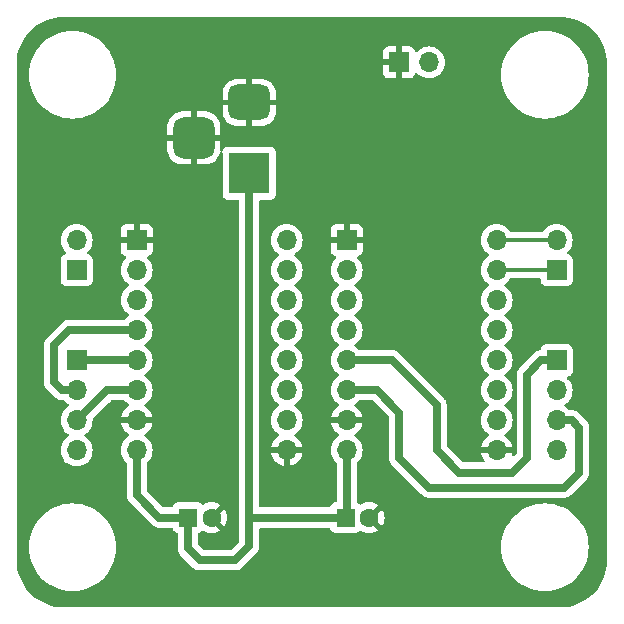
<source format=gtl>
%TF.GenerationSoftware,KiCad,Pcbnew,8.0.0-8.0.0-1~ubuntu22.04.1*%
%TF.CreationDate,2024-03-03T18:13:48+01:00*%
%TF.ProjectId,photohead-elec,70686f74-6f68-4656-9164-2d656c65632e,v01*%
%TF.SameCoordinates,Original*%
%TF.FileFunction,Copper,L1,Top*%
%TF.FilePolarity,Positive*%
%FSLAX46Y46*%
G04 Gerber Fmt 4.6, Leading zero omitted, Abs format (unit mm)*
G04 Created by KiCad (PCBNEW 8.0.0-8.0.0-1~ubuntu22.04.1) date 2024-03-03 18:13:48*
%MOMM*%
%LPD*%
G01*
G04 APERTURE LIST*
G04 Aperture macros list*
%AMRoundRect*
0 Rectangle with rounded corners*
0 $1 Rounding radius*
0 $2 $3 $4 $5 $6 $7 $8 $9 X,Y pos of 4 corners*
0 Add a 4 corners polygon primitive as box body*
4,1,4,$2,$3,$4,$5,$6,$7,$8,$9,$2,$3,0*
0 Add four circle primitives for the rounded corners*
1,1,$1+$1,$2,$3*
1,1,$1+$1,$4,$5*
1,1,$1+$1,$6,$7*
1,1,$1+$1,$8,$9*
0 Add four rect primitives between the rounded corners*
20,1,$1+$1,$2,$3,$4,$5,0*
20,1,$1+$1,$4,$5,$6,$7,0*
20,1,$1+$1,$6,$7,$8,$9,0*
20,1,$1+$1,$8,$9,$2,$3,0*%
G04 Aperture macros list end*
%TA.AperFunction,ComponentPad*%
%ADD10R,3.500000X3.500000*%
%TD*%
%TA.AperFunction,ComponentPad*%
%ADD11RoundRect,0.750000X-1.000000X0.750000X-1.000000X-0.750000X1.000000X-0.750000X1.000000X0.750000X0*%
%TD*%
%TA.AperFunction,ComponentPad*%
%ADD12RoundRect,0.875000X-0.875000X0.875000X-0.875000X-0.875000X0.875000X-0.875000X0.875000X0.875000X0*%
%TD*%
%TA.AperFunction,ComponentPad*%
%ADD13R,1.700000X1.700000*%
%TD*%
%TA.AperFunction,ComponentPad*%
%ADD14O,1.700000X1.700000*%
%TD*%
%TA.AperFunction,ComponentPad*%
%ADD15R,1.600000X1.600000*%
%TD*%
%TA.AperFunction,ComponentPad*%
%ADD16C,1.600000*%
%TD*%
%TA.AperFunction,Conductor*%
%ADD17C,0.700000*%
%TD*%
%TA.AperFunction,Conductor*%
%ADD18C,0.300000*%
%TD*%
G04 APERTURE END LIST*
D10*
%TO.P,J1,1*%
%TO.N,+12V*%
X175697000Y-57250000D03*
D11*
%TO.P,J1,2*%
%TO.N,GND*%
X175697000Y-51250000D03*
D12*
%TO.P,J1,3*%
X170997000Y-54250000D03*
%TD*%
D13*
%TO.P,J3,1,Pin_1*%
%TO.N,/DRV1_STEP*%
X161082000Y-65448000D03*
D14*
%TO.P,J3,2,Pin_2*%
%TO.N,/DRV1_DIR*%
X161082000Y-62908000D03*
%TD*%
D13*
%TO.P,J4,1,Pin_1*%
%TO.N,/DRV1_2A*%
X161082000Y-73078000D03*
D14*
%TO.P,J4,2,Pin_2*%
%TO.N,/DRV1_1A*%
X161082000Y-75618000D03*
%TO.P,J4,3,Pin_3*%
%TO.N,/DRV1_2B*%
X161082000Y-78158000D03*
%TO.P,J4,4,Pin_4*%
%TO.N,/DRV1_1B*%
X161082000Y-80698000D03*
%TD*%
D13*
%TO.P,J5,1,Pin_1*%
%TO.N,/DRV2_STEP*%
X201722000Y-65448000D03*
D14*
%TO.P,J5,2,Pin_2*%
%TO.N,/DRV2_DIR*%
X201722000Y-62908000D03*
%TD*%
D13*
%TO.P,J6,1,Pin_1*%
%TO.N,/DRV2_2A*%
X201722000Y-73078000D03*
D14*
%TO.P,J6,2,Pin_2*%
%TO.N,/DRV2_1A*%
X201722000Y-75618000D03*
%TO.P,J6,3,Pin_3*%
%TO.N,/DRV2_2B*%
X201722000Y-78158000D03*
%TO.P,J6,4,Pin_4*%
%TO.N,/DRV2_1B*%
X201722000Y-80698000D03*
%TD*%
D13*
%TO.P,U1,1,GND*%
%TO.N,GND*%
X166162000Y-62898000D03*
D14*
%TO.P,U1,2,VDD*%
%TO.N,+3.3V*%
X166162000Y-65438000D03*
%TO.P,U1,3,1B*%
%TO.N,/DRV1_1B*%
X166162000Y-67978000D03*
%TO.P,U1,4,1A*%
%TO.N,/DRV1_1A*%
X166162000Y-70518000D03*
%TO.P,U1,5,2A*%
%TO.N,/DRV1_2A*%
X166162000Y-73058000D03*
%TO.P,U1,6,2B*%
%TO.N,/DRV1_2B*%
X166162000Y-75598000D03*
%TO.P,U1,7,GND*%
%TO.N,GND*%
X166162000Y-78138000D03*
%TO.P,U1,8,VM*%
%TO.N,+12V*%
X166162000Y-80678000D03*
%TO.P,U1,9,~{EN}*%
%TO.N,GND*%
X178862000Y-80678000D03*
%TO.P,U1,10,MS1*%
%TO.N,+3.3V*%
X178862000Y-78138000D03*
%TO.P,U1,11,MS2*%
X178862000Y-75598000D03*
%TO.P,U1,12,UART_*%
%TO.N,unconnected-(U1-UART_-Pad12)*%
X178862000Y-73058000D03*
%TO.P,U1,13,UART*%
%TO.N,unconnected-(U1-UART-Pad13)*%
X178862000Y-70518000D03*
%TO.P,U1,14,NC*%
%TO.N,unconnected-(U1-NC-Pad14)*%
X178862000Y-67978000D03*
%TO.P,U1,15,STEP*%
%TO.N,/DRV1_STEP*%
X178862000Y-65438000D03*
%TO.P,U1,16,DIR*%
%TO.N,/DRV1_DIR*%
X178862000Y-62898000D03*
%TD*%
D15*
%TO.P,C1,1*%
%TO.N,+12V*%
X170512000Y-86393000D03*
D16*
%TO.P,C1,2*%
%TO.N,GND*%
X172512000Y-86393000D03*
%TD*%
D15*
%TO.P,C2,1*%
%TO.N,+12V*%
X183847000Y-86393000D03*
D16*
%TO.P,C2,2*%
%TO.N,GND*%
X185847000Y-86393000D03*
%TD*%
D13*
%TO.P,U2,1,GND*%
%TO.N,GND*%
X183942000Y-62898000D03*
D14*
%TO.P,U2,2,VDD*%
%TO.N,+3.3V*%
X183942000Y-65438000D03*
%TO.P,U2,3,1B*%
%TO.N,/DRV2_1B*%
X183942000Y-67978000D03*
%TO.P,U2,4,1A*%
%TO.N,/DRV2_1A*%
X183942000Y-70518000D03*
%TO.P,U2,5,2A*%
%TO.N,/DRV2_2A*%
X183942000Y-73058000D03*
%TO.P,U2,6,2B*%
%TO.N,/DRV2_2B*%
X183942000Y-75598000D03*
%TO.P,U2,7,GND*%
%TO.N,GND*%
X183942000Y-78138000D03*
%TO.P,U2,8,VM*%
%TO.N,+12V*%
X183942000Y-80678000D03*
%TO.P,U2,9,~{EN}*%
%TO.N,GND*%
X196642000Y-80678000D03*
%TO.P,U2,10,MS1*%
%TO.N,+3.3V*%
X196642000Y-78138000D03*
%TO.P,U2,11,MS2*%
X196642000Y-75598000D03*
%TO.P,U2,12,UART_*%
%TO.N,unconnected-(U2-UART_-Pad12)*%
X196642000Y-73058000D03*
%TO.P,U2,13,UART*%
%TO.N,unconnected-(U2-UART-Pad13)*%
X196642000Y-70518000D03*
%TO.P,U2,14,NC*%
%TO.N,unconnected-(U2-NC-Pad14)*%
X196642000Y-67978000D03*
%TO.P,U2,15,STEP*%
%TO.N,/DRV2_STEP*%
X196642000Y-65438000D03*
%TO.P,U2,16,DIR*%
%TO.N,/DRV2_DIR*%
X196642000Y-62898000D03*
%TD*%
D13*
%TO.P,J2,1,Pin_1*%
%TO.N,GND*%
X188382000Y-47858000D03*
D14*
%TO.P,J2,2,Pin_2*%
%TO.N,+3.3V*%
X190922000Y-47858000D03*
%TD*%
D17*
%TO.N,/DRV1_2A*%
X166142000Y-73078000D02*
X166162000Y-73058000D01*
X161082000Y-73078000D02*
X166142000Y-73078000D01*
%TO.N,/DRV1_1A*%
X159177000Y-71788000D02*
X160447000Y-70518000D01*
X159177000Y-74915081D02*
X159177000Y-71788000D01*
X160447000Y-70518000D02*
X166162000Y-70518000D01*
X161082000Y-75618000D02*
X159879919Y-75618000D01*
X159879919Y-75618000D02*
X159177000Y-74915081D01*
%TO.N,/DRV1_2B*%
X163652000Y-75598000D02*
X166162000Y-75598000D01*
X163250000Y-76000000D02*
X163652000Y-75598000D01*
X163240000Y-76000000D02*
X163250000Y-76000000D01*
X161082000Y-78158000D02*
X163240000Y-76000000D01*
%TO.N,+12V*%
X170512000Y-89012000D02*
X170512000Y-86393000D01*
X175697000Y-88803000D02*
X174500000Y-90000000D01*
X175804000Y-86393000D02*
X175697000Y-86500000D01*
X166162000Y-84488000D02*
X166162000Y-80678000D01*
X168067000Y-86393000D02*
X170512000Y-86393000D01*
X175697000Y-57250000D02*
X175697000Y-86500000D01*
X183847000Y-80773000D02*
X183942000Y-80678000D01*
X175697000Y-86500000D02*
X175697000Y-88803000D01*
X171500000Y-90000000D02*
X170512000Y-89012000D01*
X166162000Y-84488000D02*
X168067000Y-86393000D01*
X183847000Y-86393000D02*
X175804000Y-86393000D01*
X183942000Y-80678000D02*
X183942000Y-86298000D01*
X174500000Y-90000000D02*
X171500000Y-90000000D01*
X183942000Y-86298000D02*
X183847000Y-86393000D01*
D18*
%TO.N,/DRV2_STEP*%
X201712000Y-65438000D02*
X201722000Y-65448000D01*
X196642000Y-65438000D02*
X201712000Y-65438000D01*
D17*
%TO.N,/DRV2_2A*%
X201722000Y-73078000D02*
X200432000Y-73078000D01*
X187752000Y-73058000D02*
X183942000Y-73058000D01*
X197912000Y-82583000D02*
X193467000Y-82583000D01*
X199182000Y-81313000D02*
X197912000Y-82583000D01*
X193467000Y-82583000D02*
X191562000Y-80678000D01*
X200432000Y-73078000D02*
X199182000Y-74328000D01*
X191562000Y-80678000D02*
X191562000Y-76868000D01*
X191562000Y-76868000D02*
X187752000Y-73058000D01*
X199182000Y-74328000D02*
X199182000Y-81313000D01*
%TO.N,/DRV2_2B*%
X203012000Y-78158000D02*
X203627000Y-78773000D01*
X201722000Y-78158000D02*
X203012000Y-78158000D01*
X188387000Y-77503000D02*
X186482000Y-75598000D01*
X202357000Y-83853000D02*
X190927000Y-83853000D01*
X190927000Y-83853000D02*
X188387000Y-81313000D01*
X186482000Y-75598000D02*
X183942000Y-75598000D01*
X188387000Y-81313000D02*
X188387000Y-77503000D01*
X203627000Y-78773000D02*
X203627000Y-82583000D01*
X203627000Y-82583000D02*
X202357000Y-83853000D01*
D18*
%TO.N,/DRV2_DIR*%
X196642000Y-62898000D02*
X201712000Y-62898000D01*
X201712000Y-62898000D02*
X201722000Y-62908000D01*
%TD*%
%TA.AperFunction,Conductor*%
%TO.N,GND*%
G36*
X202002855Y-44000632D02*
G01*
X202363310Y-44017296D01*
X202374700Y-44018352D01*
X202729238Y-44067808D01*
X202740482Y-44069910D01*
X203088944Y-44151867D01*
X203099934Y-44154994D01*
X203439368Y-44268761D01*
X203450022Y-44272889D01*
X203777488Y-44417479D01*
X203787735Y-44422581D01*
X204100452Y-44596765D01*
X204110190Y-44602794D01*
X204405512Y-44805093D01*
X204414652Y-44811996D01*
X204690035Y-45040671D01*
X204698499Y-45048387D01*
X204951612Y-45301500D01*
X204959328Y-45309964D01*
X205188003Y-45585347D01*
X205194906Y-45594487D01*
X205397205Y-45889809D01*
X205403234Y-45899547D01*
X205577418Y-46212264D01*
X205582523Y-46222517D01*
X205727105Y-46549964D01*
X205731243Y-46560644D01*
X205845001Y-46900052D01*
X205848135Y-46911068D01*
X205930087Y-47259509D01*
X205932192Y-47270768D01*
X205981646Y-47625292D01*
X205982703Y-47636696D01*
X205999368Y-47997144D01*
X205999500Y-48002871D01*
X205999500Y-89997128D01*
X205999368Y-90002855D01*
X205982703Y-90363303D01*
X205981646Y-90374707D01*
X205932192Y-90729231D01*
X205930087Y-90740490D01*
X205848135Y-91088931D01*
X205845001Y-91099947D01*
X205731243Y-91439355D01*
X205727105Y-91450035D01*
X205582523Y-91777482D01*
X205577418Y-91787735D01*
X205403234Y-92100452D01*
X205397205Y-92110190D01*
X205194906Y-92405512D01*
X205188003Y-92414652D01*
X204959328Y-92690035D01*
X204951612Y-92698499D01*
X204698499Y-92951612D01*
X204690035Y-92959328D01*
X204414652Y-93188003D01*
X204405512Y-93194906D01*
X204110190Y-93397205D01*
X204100452Y-93403234D01*
X203787735Y-93577418D01*
X203777482Y-93582523D01*
X203450035Y-93727105D01*
X203439355Y-93731243D01*
X203099947Y-93845001D01*
X203088931Y-93848135D01*
X202740490Y-93930087D01*
X202729231Y-93932192D01*
X202374707Y-93981646D01*
X202363303Y-93982703D01*
X202002855Y-93999368D01*
X201997128Y-93999500D01*
X160002872Y-93999500D01*
X159997145Y-93999368D01*
X159636696Y-93982703D01*
X159625292Y-93981646D01*
X159270768Y-93932192D01*
X159259509Y-93930087D01*
X158911068Y-93848135D01*
X158900052Y-93845001D01*
X158560644Y-93731243D01*
X158549964Y-93727105D01*
X158222517Y-93582523D01*
X158212264Y-93577418D01*
X157899547Y-93403234D01*
X157889809Y-93397205D01*
X157594487Y-93194906D01*
X157585347Y-93188003D01*
X157309964Y-92959328D01*
X157301500Y-92951612D01*
X157048387Y-92698499D01*
X157040671Y-92690035D01*
X156811996Y-92414652D01*
X156805093Y-92405512D01*
X156602794Y-92110190D01*
X156596765Y-92100452D01*
X156422581Y-91787735D01*
X156417476Y-91777482D01*
X156272889Y-91450022D01*
X156268761Y-91439368D01*
X156154994Y-91099934D01*
X156151867Y-91088944D01*
X156069910Y-90740482D01*
X156067807Y-90729231D01*
X156064542Y-90705827D01*
X156018352Y-90374700D01*
X156017296Y-90363303D01*
X156011536Y-90238723D01*
X156000632Y-90002855D01*
X156000500Y-89997128D01*
X156000500Y-88910000D01*
X157024422Y-88910000D01*
X157044722Y-89297339D01*
X157105397Y-89680427D01*
X157105397Y-89680429D01*
X157205788Y-90055094D01*
X157344787Y-90417197D01*
X157520877Y-90762793D01*
X157732122Y-91088082D01*
X157741730Y-91099947D01*
X157976219Y-91389516D01*
X158250484Y-91663781D01*
X158250488Y-91663784D01*
X158551917Y-91907877D01*
X158814620Y-92078478D01*
X158877211Y-92119125D01*
X159222806Y-92295214D01*
X159584913Y-92434214D01*
X159959567Y-92534602D01*
X160342662Y-92595278D01*
X160708576Y-92614455D01*
X160729999Y-92615578D01*
X160730000Y-92615578D01*
X160730001Y-92615578D01*
X160750301Y-92614514D01*
X161117338Y-92595278D01*
X161500433Y-92534602D01*
X161875087Y-92434214D01*
X162237194Y-92295214D01*
X162582789Y-92119125D01*
X162908084Y-91907876D01*
X163209516Y-91663781D01*
X163483781Y-91389516D01*
X163727876Y-91088084D01*
X163939125Y-90762789D01*
X164115214Y-90417194D01*
X164254214Y-90055087D01*
X164354602Y-89680433D01*
X164415278Y-89297338D01*
X164435578Y-88910000D01*
X164415278Y-88522662D01*
X164354602Y-88139567D01*
X164254214Y-87764913D01*
X164115214Y-87402806D01*
X163939125Y-87057211D01*
X163797623Y-86839317D01*
X163727877Y-86731917D01*
X163483784Y-86430488D01*
X163483781Y-86430484D01*
X163209516Y-86156219D01*
X163041620Y-86020259D01*
X162908082Y-85912122D01*
X162582793Y-85700877D01*
X162237197Y-85524787D01*
X161875094Y-85385788D01*
X161875087Y-85385786D01*
X161500433Y-85285398D01*
X161500429Y-85285397D01*
X161500428Y-85285397D01*
X161117339Y-85224722D01*
X160730001Y-85204422D01*
X160729999Y-85204422D01*
X160342660Y-85224722D01*
X159959572Y-85285397D01*
X159959570Y-85285397D01*
X159584905Y-85385788D01*
X159222802Y-85524787D01*
X158877206Y-85700877D01*
X158551917Y-85912122D01*
X158250488Y-86156215D01*
X158250480Y-86156222D01*
X157976222Y-86430480D01*
X157976215Y-86430488D01*
X157732122Y-86731917D01*
X157520877Y-87057206D01*
X157344787Y-87402802D01*
X157205788Y-87764905D01*
X157105397Y-88139570D01*
X157105397Y-88139572D01*
X157044722Y-88522660D01*
X157024422Y-88909999D01*
X157024422Y-88910000D01*
X156000500Y-88910000D01*
X156000500Y-74998846D01*
X158326500Y-74998846D01*
X158357426Y-75154327D01*
X158359184Y-75163164D01*
X158423297Y-75317947D01*
X158516372Y-75457242D01*
X158516375Y-75457246D01*
X159337753Y-76278624D01*
X159337761Y-76278630D01*
X159477053Y-76371702D01*
X159477055Y-76371703D01*
X159477057Y-76371704D01*
X159552282Y-76402863D01*
X159631837Y-76435816D01*
X159779240Y-76465136D01*
X159796147Y-76468499D01*
X159796151Y-76468500D01*
X159796152Y-76468500D01*
X159796153Y-76468500D01*
X159963686Y-76468500D01*
X159971241Y-76468500D01*
X160038280Y-76488185D01*
X160058922Y-76504818D01*
X160210599Y-76656495D01*
X160210602Y-76656497D01*
X160210603Y-76656498D01*
X160396158Y-76786425D01*
X160439783Y-76841002D01*
X160446977Y-76910500D01*
X160415454Y-76972855D01*
X160396158Y-76989575D01*
X160210597Y-77119505D01*
X160043505Y-77286597D01*
X159907965Y-77480169D01*
X159907964Y-77480171D01*
X159808098Y-77694335D01*
X159808094Y-77694344D01*
X159746938Y-77922586D01*
X159746936Y-77922596D01*
X159726341Y-78157999D01*
X159726341Y-78158000D01*
X159746936Y-78393403D01*
X159746938Y-78393413D01*
X159808094Y-78621655D01*
X159808096Y-78621659D01*
X159808097Y-78621663D01*
X159898521Y-78815578D01*
X159907965Y-78835830D01*
X159907967Y-78835834D01*
X160016281Y-78990521D01*
X160029277Y-79009082D01*
X160043501Y-79029395D01*
X160043506Y-79029402D01*
X160210597Y-79196493D01*
X160210603Y-79196498D01*
X160396158Y-79326425D01*
X160439783Y-79381002D01*
X160446977Y-79450500D01*
X160415454Y-79512855D01*
X160396158Y-79529575D01*
X160210597Y-79659505D01*
X160043505Y-79826597D01*
X159907965Y-80020169D01*
X159907964Y-80020171D01*
X159808098Y-80234335D01*
X159808094Y-80234344D01*
X159746938Y-80462586D01*
X159746936Y-80462596D01*
X159726341Y-80697999D01*
X159726341Y-80698000D01*
X159746936Y-80933403D01*
X159746938Y-80933413D01*
X159808094Y-81161655D01*
X159808096Y-81161659D01*
X159808097Y-81161663D01*
X159835376Y-81220162D01*
X159907965Y-81375830D01*
X159907967Y-81375834D01*
X159991979Y-81495815D01*
X160043505Y-81569401D01*
X160210599Y-81736495D01*
X160285238Y-81788758D01*
X160404165Y-81872032D01*
X160404167Y-81872033D01*
X160404170Y-81872035D01*
X160618337Y-81971903D01*
X160846592Y-82033063D01*
X161034918Y-82049539D01*
X161081999Y-82053659D01*
X161082000Y-82053659D01*
X161082001Y-82053659D01*
X161121234Y-82050226D01*
X161317408Y-82033063D01*
X161545663Y-81971903D01*
X161759830Y-81872035D01*
X161953401Y-81736495D01*
X162120495Y-81569401D01*
X162256035Y-81375830D01*
X162355903Y-81161663D01*
X162417063Y-80933408D01*
X162437659Y-80698000D01*
X162417063Y-80462592D01*
X162355903Y-80234337D01*
X162256035Y-80020171D01*
X162242206Y-80000420D01*
X162120494Y-79826597D01*
X161953402Y-79659506D01*
X161953396Y-79659501D01*
X161767842Y-79529575D01*
X161724217Y-79474998D01*
X161717023Y-79405500D01*
X161748546Y-79343145D01*
X161767842Y-79326425D01*
X161796842Y-79306119D01*
X161953401Y-79196495D01*
X162120495Y-79029401D01*
X162256035Y-78835830D01*
X162355903Y-78621663D01*
X162417063Y-78393408D01*
X162437659Y-78158000D01*
X162430399Y-78075028D01*
X162444165Y-78006531D01*
X162466243Y-77976544D01*
X163753390Y-76689397D01*
X163772178Y-76673979D01*
X163792162Y-76660627D01*
X163967970Y-76484819D01*
X164029293Y-76451334D01*
X164055651Y-76448500D01*
X165051241Y-76448500D01*
X165118280Y-76468185D01*
X165138922Y-76484818D01*
X165290599Y-76636495D01*
X165290602Y-76636497D01*
X165290603Y-76636498D01*
X165476594Y-76766730D01*
X165520219Y-76821307D01*
X165527413Y-76890805D01*
X165495890Y-76953160D01*
X165476595Y-76969880D01*
X165290922Y-77099890D01*
X165290920Y-77099891D01*
X165123891Y-77266920D01*
X165123886Y-77266926D01*
X164988400Y-77460420D01*
X164988399Y-77460422D01*
X164888570Y-77674507D01*
X164888567Y-77674513D01*
X164831364Y-77887999D01*
X164831364Y-77888000D01*
X165728988Y-77888000D01*
X165696075Y-77945007D01*
X165662000Y-78072174D01*
X165662000Y-78203826D01*
X165696075Y-78330993D01*
X165728988Y-78388000D01*
X164831364Y-78388000D01*
X164888567Y-78601486D01*
X164888570Y-78601492D01*
X164988399Y-78815578D01*
X165123894Y-79009082D01*
X165290917Y-79176105D01*
X165476595Y-79306119D01*
X165520219Y-79360696D01*
X165527412Y-79430195D01*
X165495890Y-79492549D01*
X165476595Y-79509269D01*
X165290594Y-79639508D01*
X165123505Y-79806597D01*
X164987965Y-80000169D01*
X164987964Y-80000171D01*
X164888098Y-80214335D01*
X164888094Y-80214344D01*
X164826938Y-80442586D01*
X164826936Y-80442596D01*
X164806341Y-80677999D01*
X164806341Y-80678000D01*
X164826936Y-80913403D01*
X164826938Y-80913413D01*
X164888094Y-81141655D01*
X164888096Y-81141659D01*
X164888097Y-81141663D01*
X164987847Y-81355578D01*
X164987965Y-81355830D01*
X164987967Y-81355834D01*
X165123501Y-81549395D01*
X165123506Y-81549402D01*
X165275181Y-81701077D01*
X165308666Y-81762400D01*
X165311500Y-81788758D01*
X165311500Y-84571771D01*
X165344181Y-84736073D01*
X165344184Y-84736082D01*
X165408296Y-84890863D01*
X165408297Y-84890866D01*
X165501372Y-85030161D01*
X165501375Y-85030165D01*
X167524834Y-87053624D01*
X167524838Y-87053627D01*
X167664132Y-87146701D01*
X167664133Y-87146701D01*
X167664137Y-87146704D01*
X167771110Y-87191013D01*
X167818918Y-87210816D01*
X167970026Y-87240873D01*
X167983228Y-87243499D01*
X167983232Y-87243500D01*
X167983233Y-87243500D01*
X168150767Y-87243500D01*
X169110560Y-87243500D01*
X169177599Y-87263185D01*
X169223354Y-87315989D01*
X169226742Y-87324167D01*
X169268202Y-87435328D01*
X169268206Y-87435335D01*
X169354452Y-87550544D01*
X169354455Y-87550547D01*
X169469664Y-87636793D01*
X169469673Y-87636798D01*
X169566480Y-87672904D01*
X169580515Y-87678139D01*
X169580832Y-87678257D01*
X169636766Y-87720127D01*
X169661184Y-87785592D01*
X169661500Y-87794439D01*
X169661500Y-89095770D01*
X169674932Y-89163297D01*
X169694181Y-89260073D01*
X169694184Y-89260082D01*
X169758296Y-89414863D01*
X169758297Y-89414866D01*
X169851372Y-89554161D01*
X169851375Y-89554165D01*
X170957834Y-90660624D01*
X170957838Y-90660627D01*
X171097137Y-90753704D01*
X171097139Y-90753705D01*
X171097143Y-90753707D01*
X171119080Y-90762793D01*
X171206584Y-90799037D01*
X171251918Y-90817816D01*
X171416228Y-90850499D01*
X171416232Y-90850500D01*
X171416233Y-90850500D01*
X174583768Y-90850500D01*
X174583769Y-90850499D01*
X174638538Y-90839605D01*
X174748074Y-90817818D01*
X174748078Y-90817816D01*
X174748082Y-90817816D01*
X174793415Y-90799037D01*
X174902863Y-90753704D01*
X175042162Y-90660627D01*
X176357627Y-89345162D01*
X176450704Y-89205863D01*
X176514816Y-89051081D01*
X176542879Y-88910000D01*
X197024422Y-88910000D01*
X197044722Y-89297339D01*
X197105397Y-89680427D01*
X197105397Y-89680429D01*
X197205788Y-90055094D01*
X197344787Y-90417197D01*
X197520877Y-90762793D01*
X197732122Y-91088082D01*
X197741730Y-91099947D01*
X197976219Y-91389516D01*
X198250484Y-91663781D01*
X198250488Y-91663784D01*
X198551917Y-91907877D01*
X198814620Y-92078478D01*
X198877211Y-92119125D01*
X199222806Y-92295214D01*
X199584913Y-92434214D01*
X199959567Y-92534602D01*
X200342662Y-92595278D01*
X200708576Y-92614455D01*
X200729999Y-92615578D01*
X200730000Y-92615578D01*
X200730001Y-92615578D01*
X200750301Y-92614514D01*
X201117338Y-92595278D01*
X201500433Y-92534602D01*
X201875087Y-92434214D01*
X202237194Y-92295214D01*
X202582789Y-92119125D01*
X202908084Y-91907876D01*
X203209516Y-91663781D01*
X203483781Y-91389516D01*
X203727876Y-91088084D01*
X203939125Y-90762789D01*
X204115214Y-90417194D01*
X204254214Y-90055087D01*
X204354602Y-89680433D01*
X204415278Y-89297338D01*
X204435578Y-88910000D01*
X204415278Y-88522662D01*
X204354602Y-88139567D01*
X204254214Y-87764913D01*
X204115214Y-87402806D01*
X203939125Y-87057211D01*
X203797623Y-86839317D01*
X203727877Y-86731917D01*
X203483784Y-86430488D01*
X203483781Y-86430484D01*
X203209516Y-86156219D01*
X203041620Y-86020259D01*
X202908082Y-85912122D01*
X202582793Y-85700877D01*
X202237197Y-85524787D01*
X201875094Y-85385788D01*
X201875087Y-85385786D01*
X201500433Y-85285398D01*
X201500429Y-85285397D01*
X201500428Y-85285397D01*
X201117339Y-85224722D01*
X200730001Y-85204422D01*
X200729999Y-85204422D01*
X200342660Y-85224722D01*
X199959572Y-85285397D01*
X199959570Y-85285397D01*
X199584905Y-85385788D01*
X199222802Y-85524787D01*
X198877206Y-85700877D01*
X198551917Y-85912122D01*
X198250488Y-86156215D01*
X198250480Y-86156222D01*
X197976222Y-86430480D01*
X197976215Y-86430488D01*
X197732122Y-86731917D01*
X197520877Y-87057206D01*
X197344787Y-87402802D01*
X197205788Y-87764905D01*
X197105397Y-88139570D01*
X197105397Y-88139572D01*
X197044722Y-88522660D01*
X197024422Y-88909999D01*
X197024422Y-88910000D01*
X176542879Y-88910000D01*
X176547500Y-88886766D01*
X176547500Y-88719233D01*
X176547500Y-87367500D01*
X176567185Y-87300461D01*
X176619989Y-87254706D01*
X176671500Y-87243500D01*
X182445560Y-87243500D01*
X182512599Y-87263185D01*
X182558354Y-87315989D01*
X182561742Y-87324167D01*
X182603202Y-87435328D01*
X182603206Y-87435335D01*
X182689452Y-87550544D01*
X182689455Y-87550547D01*
X182804664Y-87636793D01*
X182804671Y-87636797D01*
X182939517Y-87687091D01*
X182939516Y-87687091D01*
X182946444Y-87687835D01*
X182999127Y-87693500D01*
X184694872Y-87693499D01*
X184754483Y-87687091D01*
X184889331Y-87636796D01*
X185004546Y-87550546D01*
X185011350Y-87541455D01*
X185067280Y-87499584D01*
X185136971Y-87494597D01*
X185181740Y-87514188D01*
X185194512Y-87523130D01*
X185194518Y-87523134D01*
X185400673Y-87619265D01*
X185400682Y-87619269D01*
X185620389Y-87678139D01*
X185620400Y-87678141D01*
X185846998Y-87697966D01*
X185847002Y-87697966D01*
X186073599Y-87678141D01*
X186073610Y-87678139D01*
X186293317Y-87619269D01*
X186293331Y-87619264D01*
X186499478Y-87523136D01*
X186572471Y-87472024D01*
X185893447Y-86793000D01*
X185899661Y-86793000D01*
X186001394Y-86765741D01*
X186092606Y-86713080D01*
X186167080Y-86638606D01*
X186219741Y-86547394D01*
X186247000Y-86445661D01*
X186247000Y-86439447D01*
X186926024Y-87118471D01*
X186977136Y-87045478D01*
X187073264Y-86839331D01*
X187073269Y-86839317D01*
X187132139Y-86619610D01*
X187132141Y-86619599D01*
X187151966Y-86393002D01*
X187151966Y-86392997D01*
X187132141Y-86166400D01*
X187132139Y-86166389D01*
X187073269Y-85946682D01*
X187073264Y-85946668D01*
X186977136Y-85740521D01*
X186977132Y-85740513D01*
X186926025Y-85667526D01*
X186247000Y-86346551D01*
X186247000Y-86340339D01*
X186219741Y-86238606D01*
X186167080Y-86147394D01*
X186092606Y-86072920D01*
X186001394Y-86020259D01*
X185899661Y-85993000D01*
X185893447Y-85993000D01*
X186572472Y-85313974D01*
X186499478Y-85262863D01*
X186293331Y-85166735D01*
X186293317Y-85166730D01*
X186073610Y-85107860D01*
X186073599Y-85107858D01*
X185847002Y-85088034D01*
X185846998Y-85088034D01*
X185620400Y-85107858D01*
X185620389Y-85107860D01*
X185400682Y-85166730D01*
X185400673Y-85166734D01*
X185194512Y-85262868D01*
X185194507Y-85262871D01*
X185181736Y-85271813D01*
X185115529Y-85294138D01*
X185047763Y-85277124D01*
X185011352Y-85244546D01*
X185004546Y-85235454D01*
X185004544Y-85235453D01*
X185004544Y-85235452D01*
X184889334Y-85149205D01*
X184873164Y-85143174D01*
X184817231Y-85101301D01*
X184792816Y-85035836D01*
X184792500Y-85026993D01*
X184792500Y-81788758D01*
X184812185Y-81721719D01*
X184828819Y-81701077D01*
X184858546Y-81671350D01*
X184980495Y-81549401D01*
X185116035Y-81355830D01*
X185215903Y-81141663D01*
X185277063Y-80913408D01*
X185297659Y-80678000D01*
X185277063Y-80442592D01*
X185215903Y-80214337D01*
X185116035Y-80000171D01*
X184980495Y-79806599D01*
X184980494Y-79806597D01*
X184813402Y-79639506D01*
X184813401Y-79639505D01*
X184632526Y-79512855D01*
X184627405Y-79509269D01*
X184583781Y-79454692D01*
X184576588Y-79385193D01*
X184608110Y-79322839D01*
X184627405Y-79306119D01*
X184813082Y-79176105D01*
X184980105Y-79009082D01*
X185115600Y-78815578D01*
X185215429Y-78601492D01*
X185215432Y-78601486D01*
X185272636Y-78388000D01*
X184375012Y-78388000D01*
X184407925Y-78330993D01*
X184442000Y-78203826D01*
X184442000Y-78072174D01*
X184407925Y-77945007D01*
X184375012Y-77888000D01*
X185272636Y-77888000D01*
X185272635Y-77887999D01*
X185215432Y-77674513D01*
X185215429Y-77674507D01*
X185115600Y-77460422D01*
X185115599Y-77460420D01*
X184980113Y-77266926D01*
X184980108Y-77266920D01*
X184813078Y-77099890D01*
X184627405Y-76969879D01*
X184583780Y-76915302D01*
X184576588Y-76845804D01*
X184608110Y-76783449D01*
X184627406Y-76766730D01*
X184627842Y-76766425D01*
X184813401Y-76636495D01*
X184965078Y-76484818D01*
X185026401Y-76451334D01*
X185052759Y-76448500D01*
X186078349Y-76448500D01*
X186145388Y-76468185D01*
X186166030Y-76484819D01*
X187500181Y-77818970D01*
X187533666Y-77880293D01*
X187536500Y-77906651D01*
X187536500Y-81396771D01*
X187569182Y-81561075D01*
X187569185Y-81561086D01*
X187572629Y-81569399D01*
X187572631Y-81569404D01*
X187633292Y-81715856D01*
X187633299Y-81715869D01*
X187726372Y-81855161D01*
X187726375Y-81855165D01*
X190266374Y-84395162D01*
X190384838Y-84513626D01*
X190524137Y-84606703D01*
X190524138Y-84606703D01*
X190524139Y-84606704D01*
X190559201Y-84621227D01*
X190678918Y-84670816D01*
X190843228Y-84703499D01*
X190843232Y-84703500D01*
X190843233Y-84703500D01*
X202440768Y-84703500D01*
X202440769Y-84703499D01*
X202495538Y-84692605D01*
X202605074Y-84670818D01*
X202605078Y-84670816D01*
X202605082Y-84670816D01*
X202650415Y-84652037D01*
X202759863Y-84606704D01*
X202899162Y-84513627D01*
X204287626Y-83125162D01*
X204380704Y-82985863D01*
X204384058Y-82977767D01*
X204388218Y-82967720D01*
X204444816Y-82831082D01*
X204444816Y-82831081D01*
X204477500Y-82666767D01*
X204477500Y-78689233D01*
X204444816Y-78524918D01*
X204380703Y-78370137D01*
X204287626Y-78230838D01*
X204169162Y-78112374D01*
X204033329Y-77976541D01*
X203554165Y-77497375D01*
X203554161Y-77497372D01*
X203414866Y-77404297D01*
X203414863Y-77404296D01*
X203305416Y-77358962D01*
X203305414Y-77358961D01*
X203260086Y-77340185D01*
X203260074Y-77340182D01*
X203095771Y-77307500D01*
X203095767Y-77307500D01*
X202832759Y-77307500D01*
X202765720Y-77287815D01*
X202745078Y-77271182D01*
X202694185Y-77220289D01*
X202593401Y-77119505D01*
X202593397Y-77119502D01*
X202593396Y-77119501D01*
X202407842Y-76989575D01*
X202364217Y-76934998D01*
X202357023Y-76865500D01*
X202388546Y-76803145D01*
X202407842Y-76786425D01*
X202436405Y-76766425D01*
X202593401Y-76656495D01*
X202760495Y-76489401D01*
X202896035Y-76295830D01*
X202995903Y-76081663D01*
X203057063Y-75853408D01*
X203077659Y-75618000D01*
X203057063Y-75382592D01*
X202995903Y-75154337D01*
X202896035Y-74940171D01*
X202894077Y-74937375D01*
X202760496Y-74746600D01*
X202725077Y-74711181D01*
X202638567Y-74624671D01*
X202605084Y-74563351D01*
X202610068Y-74493659D01*
X202651939Y-74437725D01*
X202682915Y-74420810D01*
X202814331Y-74371796D01*
X202929546Y-74285546D01*
X203015796Y-74170331D01*
X203066091Y-74035483D01*
X203072500Y-73975873D01*
X203072499Y-72180128D01*
X203066091Y-72120517D01*
X203028416Y-72019506D01*
X203015797Y-71985671D01*
X203015793Y-71985664D01*
X202929547Y-71870455D01*
X202929544Y-71870452D01*
X202814335Y-71784206D01*
X202814328Y-71784202D01*
X202679482Y-71733908D01*
X202679483Y-71733908D01*
X202619883Y-71727501D01*
X202619881Y-71727500D01*
X202619873Y-71727500D01*
X202619864Y-71727500D01*
X200824129Y-71727500D01*
X200824123Y-71727501D01*
X200764516Y-71733908D01*
X200629671Y-71784202D01*
X200629664Y-71784206D01*
X200514455Y-71870452D01*
X200514452Y-71870455D01*
X200428206Y-71985664D01*
X200428202Y-71985671D01*
X200377908Y-72120516D01*
X200376543Y-72133219D01*
X200349804Y-72197770D01*
X200292411Y-72237617D01*
X200277446Y-72241579D01*
X200183923Y-72260182D01*
X200183913Y-72260185D01*
X200138583Y-72278962D01*
X200029143Y-72324292D01*
X200029130Y-72324299D01*
X199889838Y-72417372D01*
X199889834Y-72417375D01*
X198521375Y-73785834D01*
X198521372Y-73785838D01*
X198428297Y-73925133D01*
X198428296Y-73925136D01*
X198407281Y-73975872D01*
X198407281Y-73975873D01*
X198364184Y-74079917D01*
X198364182Y-74079925D01*
X198331500Y-74244228D01*
X198331500Y-80909349D01*
X198311815Y-80976388D01*
X198295185Y-80997025D01*
X198214112Y-81078099D01*
X198156540Y-81135671D01*
X198095217Y-81169155D01*
X198025525Y-81164171D01*
X197969592Y-81122299D01*
X197945175Y-81056835D01*
X197949084Y-81015895D01*
X197972636Y-80928000D01*
X197075012Y-80928000D01*
X197107925Y-80870993D01*
X197142000Y-80743826D01*
X197142000Y-80612174D01*
X197107925Y-80485007D01*
X197075012Y-80428000D01*
X197972636Y-80428000D01*
X197972635Y-80427999D01*
X197915432Y-80214513D01*
X197915429Y-80214507D01*
X197815600Y-80000422D01*
X197815599Y-80000420D01*
X197680113Y-79806926D01*
X197680108Y-79806920D01*
X197513078Y-79639890D01*
X197327405Y-79509879D01*
X197283780Y-79455302D01*
X197276588Y-79385804D01*
X197308110Y-79323449D01*
X197327406Y-79306730D01*
X197328279Y-79306119D01*
X197513401Y-79176495D01*
X197680495Y-79009401D01*
X197816035Y-78815830D01*
X197915903Y-78601663D01*
X197977063Y-78373408D01*
X197997659Y-78138000D01*
X197977063Y-77902592D01*
X197915903Y-77674337D01*
X197816035Y-77460171D01*
X197787370Y-77419232D01*
X197680494Y-77266597D01*
X197513402Y-77099506D01*
X197513396Y-77099501D01*
X197327842Y-76969575D01*
X197284217Y-76914998D01*
X197277023Y-76845500D01*
X197308546Y-76783145D01*
X197327842Y-76766425D01*
X197437842Y-76689402D01*
X197513401Y-76636495D01*
X197680495Y-76469401D01*
X197816035Y-76275830D01*
X197915903Y-76061663D01*
X197977063Y-75833408D01*
X197997659Y-75598000D01*
X197977063Y-75362592D01*
X197915903Y-75134337D01*
X197816035Y-74920171D01*
X197762905Y-74844292D01*
X197680494Y-74726597D01*
X197513402Y-74559506D01*
X197513396Y-74559501D01*
X197327842Y-74429575D01*
X197284217Y-74374998D01*
X197277023Y-74305500D01*
X197308546Y-74243145D01*
X197327842Y-74226425D01*
X197350026Y-74210891D01*
X197513401Y-74096495D01*
X197680495Y-73929401D01*
X197816035Y-73735830D01*
X197915903Y-73521663D01*
X197977063Y-73293408D01*
X197997659Y-73058000D01*
X197977063Y-72822592D01*
X197915903Y-72594337D01*
X197816035Y-72380171D01*
X197776914Y-72324299D01*
X197680494Y-72186597D01*
X197513402Y-72019506D01*
X197513396Y-72019501D01*
X197327842Y-71889575D01*
X197284217Y-71834998D01*
X197277023Y-71765500D01*
X197308546Y-71703145D01*
X197327842Y-71686425D01*
X197471473Y-71585853D01*
X197513401Y-71556495D01*
X197680495Y-71389401D01*
X197816035Y-71195830D01*
X197915903Y-70981663D01*
X197977063Y-70753408D01*
X197997659Y-70518000D01*
X197977063Y-70282592D01*
X197915903Y-70054337D01*
X197816035Y-69840171D01*
X197762905Y-69764292D01*
X197680494Y-69646597D01*
X197513402Y-69479506D01*
X197513396Y-69479501D01*
X197327842Y-69349575D01*
X197284217Y-69294998D01*
X197277023Y-69225500D01*
X197308546Y-69163145D01*
X197327842Y-69146425D01*
X197350026Y-69130891D01*
X197513401Y-69016495D01*
X197680495Y-68849401D01*
X197816035Y-68655830D01*
X197915903Y-68441663D01*
X197977063Y-68213408D01*
X197997659Y-67978000D01*
X197977063Y-67742592D01*
X197915903Y-67514337D01*
X197816035Y-67300171D01*
X197680495Y-67106599D01*
X197680494Y-67106597D01*
X197513402Y-66939506D01*
X197513396Y-66939501D01*
X197327842Y-66809575D01*
X197284217Y-66754998D01*
X197277023Y-66685500D01*
X197308546Y-66623145D01*
X197327842Y-66606425D01*
X197422238Y-66540328D01*
X197513401Y-66476495D01*
X197680495Y-66309401D01*
X197798147Y-66141377D01*
X197852724Y-66097752D01*
X197899722Y-66088500D01*
X200247501Y-66088500D01*
X200314540Y-66108185D01*
X200360295Y-66160989D01*
X200371501Y-66212500D01*
X200371501Y-66345876D01*
X200377908Y-66405483D01*
X200428202Y-66540328D01*
X200428206Y-66540335D01*
X200514452Y-66655544D01*
X200514455Y-66655547D01*
X200629664Y-66741793D01*
X200629671Y-66741797D01*
X200764517Y-66792091D01*
X200764516Y-66792091D01*
X200771444Y-66792835D01*
X200824127Y-66798500D01*
X202619872Y-66798499D01*
X202679483Y-66792091D01*
X202814331Y-66741796D01*
X202929546Y-66655546D01*
X203015796Y-66540331D01*
X203066091Y-66405483D01*
X203072500Y-66345873D01*
X203072499Y-64550128D01*
X203066091Y-64490517D01*
X203048847Y-64444284D01*
X203015797Y-64355671D01*
X203015793Y-64355664D01*
X202929547Y-64240455D01*
X202929544Y-64240452D01*
X202814335Y-64154206D01*
X202814328Y-64154202D01*
X202682917Y-64105189D01*
X202626983Y-64063318D01*
X202602566Y-63997853D01*
X202617418Y-63929580D01*
X202638563Y-63901332D01*
X202760495Y-63779401D01*
X202896035Y-63585830D01*
X202995903Y-63371663D01*
X203057063Y-63143408D01*
X203077659Y-62908000D01*
X203057063Y-62672592D01*
X202995903Y-62444337D01*
X202896035Y-62230171D01*
X202894386Y-62227815D01*
X202760494Y-62036597D01*
X202593402Y-61869506D01*
X202593395Y-61869501D01*
X202579119Y-61859505D01*
X202554521Y-61842281D01*
X202399834Y-61733967D01*
X202399830Y-61733965D01*
X202307288Y-61690812D01*
X202185663Y-61634097D01*
X202185659Y-61634096D01*
X202185655Y-61634094D01*
X201957413Y-61572938D01*
X201957403Y-61572936D01*
X201722001Y-61552341D01*
X201721999Y-61552341D01*
X201486596Y-61572936D01*
X201486586Y-61572938D01*
X201258344Y-61634094D01*
X201258335Y-61634098D01*
X201044171Y-61733964D01*
X201044169Y-61733965D01*
X200850597Y-61869505D01*
X200683506Y-62036596D01*
X200572856Y-62194623D01*
X200518279Y-62238248D01*
X200471281Y-62247500D01*
X197899721Y-62247500D01*
X197832682Y-62227815D01*
X197798146Y-62194623D01*
X197680494Y-62026597D01*
X197513402Y-61859506D01*
X197513395Y-61859501D01*
X197319834Y-61723967D01*
X197319830Y-61723965D01*
X197248727Y-61690809D01*
X197105663Y-61624097D01*
X197105659Y-61624096D01*
X197105655Y-61624094D01*
X196877413Y-61562938D01*
X196877403Y-61562936D01*
X196642001Y-61542341D01*
X196641999Y-61542341D01*
X196406596Y-61562936D01*
X196406586Y-61562938D01*
X196178344Y-61624094D01*
X196178335Y-61624098D01*
X195964171Y-61723964D01*
X195964169Y-61723965D01*
X195770597Y-61859505D01*
X195603505Y-62026597D01*
X195467965Y-62220169D01*
X195467964Y-62220171D01*
X195368098Y-62434335D01*
X195368094Y-62434344D01*
X195306938Y-62662586D01*
X195306936Y-62662596D01*
X195286341Y-62897999D01*
X195286341Y-62898000D01*
X195306936Y-63133403D01*
X195306938Y-63133413D01*
X195368094Y-63361655D01*
X195368096Y-63361659D01*
X195368097Y-63361663D01*
X195455221Y-63548500D01*
X195467965Y-63575830D01*
X195467967Y-63575834D01*
X195485853Y-63601377D01*
X195603501Y-63769396D01*
X195603506Y-63769402D01*
X195770597Y-63936493D01*
X195770603Y-63936498D01*
X195956158Y-64066425D01*
X195999783Y-64121002D01*
X196006977Y-64190500D01*
X195975454Y-64252855D01*
X195956158Y-64269575D01*
X195770597Y-64399505D01*
X195603505Y-64566597D01*
X195467965Y-64760169D01*
X195467964Y-64760171D01*
X195368098Y-64974335D01*
X195368094Y-64974344D01*
X195306938Y-65202586D01*
X195306936Y-65202596D01*
X195286341Y-65437999D01*
X195286341Y-65438000D01*
X195306936Y-65673403D01*
X195306938Y-65673413D01*
X195368094Y-65901655D01*
X195368096Y-65901659D01*
X195368097Y-65901663D01*
X195455221Y-66088500D01*
X195467965Y-66115830D01*
X195467967Y-66115834D01*
X195535654Y-66212500D01*
X195603501Y-66309396D01*
X195603506Y-66309402D01*
X195770597Y-66476493D01*
X195770603Y-66476498D01*
X195956158Y-66606425D01*
X195999783Y-66661002D01*
X196006977Y-66730500D01*
X195975454Y-66792855D01*
X195956158Y-66809575D01*
X195770597Y-66939505D01*
X195603505Y-67106597D01*
X195467965Y-67300169D01*
X195467964Y-67300171D01*
X195368098Y-67514335D01*
X195368094Y-67514344D01*
X195306938Y-67742586D01*
X195306936Y-67742596D01*
X195286341Y-67977999D01*
X195286341Y-67978000D01*
X195306936Y-68213403D01*
X195306938Y-68213413D01*
X195368094Y-68441655D01*
X195368096Y-68441659D01*
X195368097Y-68441663D01*
X195467965Y-68655830D01*
X195467967Y-68655834D01*
X195603501Y-68849395D01*
X195603506Y-68849402D01*
X195770597Y-69016493D01*
X195770603Y-69016498D01*
X195956158Y-69146425D01*
X195999783Y-69201002D01*
X196006977Y-69270500D01*
X195975454Y-69332855D01*
X195956158Y-69349575D01*
X195770597Y-69479505D01*
X195603505Y-69646597D01*
X195467965Y-69840169D01*
X195467964Y-69840171D01*
X195368098Y-70054335D01*
X195368094Y-70054344D01*
X195306938Y-70282586D01*
X195306936Y-70282596D01*
X195286341Y-70517999D01*
X195286341Y-70518000D01*
X195306936Y-70753403D01*
X195306938Y-70753413D01*
X195368094Y-70981655D01*
X195368096Y-70981659D01*
X195368097Y-70981663D01*
X195467965Y-71195830D01*
X195467967Y-71195834D01*
X195603501Y-71389395D01*
X195603506Y-71389402D01*
X195770597Y-71556493D01*
X195770603Y-71556498D01*
X195956158Y-71686425D01*
X195999783Y-71741002D01*
X196006977Y-71810500D01*
X195975454Y-71872855D01*
X195956158Y-71889575D01*
X195770597Y-72019505D01*
X195603505Y-72186597D01*
X195467965Y-72380169D01*
X195467964Y-72380171D01*
X195368098Y-72594335D01*
X195368094Y-72594344D01*
X195306938Y-72822586D01*
X195306936Y-72822596D01*
X195286341Y-73057999D01*
X195286341Y-73058000D01*
X195306936Y-73293403D01*
X195306938Y-73293413D01*
X195368094Y-73521655D01*
X195368096Y-73521659D01*
X195368097Y-73521663D01*
X195467965Y-73735830D01*
X195467967Y-73735834D01*
X195603501Y-73929395D01*
X195603506Y-73929402D01*
X195770597Y-74096493D01*
X195770603Y-74096498D01*
X195956158Y-74226425D01*
X195999783Y-74281002D01*
X196006977Y-74350500D01*
X195975454Y-74412855D01*
X195956158Y-74429575D01*
X195770597Y-74559505D01*
X195603505Y-74726597D01*
X195467965Y-74920169D01*
X195467964Y-74920171D01*
X195368098Y-75134335D01*
X195368094Y-75134344D01*
X195306938Y-75362586D01*
X195306936Y-75362596D01*
X195286341Y-75597999D01*
X195286341Y-75598000D01*
X195306936Y-75833403D01*
X195306938Y-75833413D01*
X195368094Y-76061655D01*
X195368096Y-76061659D01*
X195368097Y-76061663D01*
X195377424Y-76081664D01*
X195467965Y-76275830D01*
X195467967Y-76275834D01*
X195576281Y-76430521D01*
X195602873Y-76468499D01*
X195603501Y-76469395D01*
X195603506Y-76469402D01*
X195770597Y-76636493D01*
X195770603Y-76636498D01*
X195956158Y-76766425D01*
X195999783Y-76821002D01*
X196006977Y-76890500D01*
X195975454Y-76952855D01*
X195956158Y-76969575D01*
X195770597Y-77099505D01*
X195603505Y-77266597D01*
X195467965Y-77460169D01*
X195467964Y-77460171D01*
X195368098Y-77674335D01*
X195368094Y-77674344D01*
X195306938Y-77902586D01*
X195306936Y-77902596D01*
X195286341Y-78137999D01*
X195286341Y-78138000D01*
X195306936Y-78373403D01*
X195306938Y-78373413D01*
X195368094Y-78601655D01*
X195368096Y-78601659D01*
X195368097Y-78601663D01*
X195408932Y-78689233D01*
X195467965Y-78815830D01*
X195467967Y-78815834D01*
X195603501Y-79009395D01*
X195603506Y-79009402D01*
X195770597Y-79176493D01*
X195770603Y-79176498D01*
X195956594Y-79306730D01*
X196000219Y-79361307D01*
X196007413Y-79430805D01*
X195975890Y-79493160D01*
X195956595Y-79509880D01*
X195770922Y-79639890D01*
X195770920Y-79639891D01*
X195603891Y-79806920D01*
X195603886Y-79806926D01*
X195468400Y-80000420D01*
X195468399Y-80000422D01*
X195368570Y-80214507D01*
X195368567Y-80214513D01*
X195311364Y-80427999D01*
X195311364Y-80428000D01*
X196208988Y-80428000D01*
X196176075Y-80485007D01*
X196142000Y-80612174D01*
X196142000Y-80743826D01*
X196176075Y-80870993D01*
X196208988Y-80928000D01*
X195311364Y-80928000D01*
X195368567Y-81141486D01*
X195368570Y-81141492D01*
X195468399Y-81355578D01*
X195595697Y-81537376D01*
X195618024Y-81603582D01*
X195601014Y-81671350D01*
X195550066Y-81719163D01*
X195494122Y-81732500D01*
X193870651Y-81732500D01*
X193803612Y-81712815D01*
X193782970Y-81696181D01*
X192448819Y-80362030D01*
X192415334Y-80300707D01*
X192412500Y-80274349D01*
X192412500Y-76784232D01*
X192412499Y-76784228D01*
X192393637Y-76689402D01*
X192379816Y-76619918D01*
X192325754Y-76489401D01*
X192325752Y-76489395D01*
X192315706Y-76465141D01*
X192315703Y-76465136D01*
X192296111Y-76435815D01*
X192222627Y-76325838D01*
X192222624Y-76325834D01*
X188294165Y-72397375D01*
X188294161Y-72397372D01*
X188154866Y-72304297D01*
X188154863Y-72304296D01*
X188045416Y-72258962D01*
X188045414Y-72258961D01*
X188000086Y-72240185D01*
X188000074Y-72240182D01*
X187835771Y-72207500D01*
X187835767Y-72207500D01*
X185052759Y-72207500D01*
X184985720Y-72187815D01*
X184965078Y-72171182D01*
X184914412Y-72120516D01*
X184813401Y-72019505D01*
X184813397Y-72019502D01*
X184813396Y-72019501D01*
X184627842Y-71889575D01*
X184584217Y-71834998D01*
X184577023Y-71765500D01*
X184608546Y-71703145D01*
X184627842Y-71686425D01*
X184771473Y-71585853D01*
X184813401Y-71556495D01*
X184980495Y-71389401D01*
X185116035Y-71195830D01*
X185215903Y-70981663D01*
X185277063Y-70753408D01*
X185297659Y-70518000D01*
X185277063Y-70282592D01*
X185215903Y-70054337D01*
X185116035Y-69840171D01*
X185062905Y-69764292D01*
X184980494Y-69646597D01*
X184813402Y-69479506D01*
X184813396Y-69479501D01*
X184627842Y-69349575D01*
X184584217Y-69294998D01*
X184577023Y-69225500D01*
X184608546Y-69163145D01*
X184627842Y-69146425D01*
X184650026Y-69130891D01*
X184813401Y-69016495D01*
X184980495Y-68849401D01*
X185116035Y-68655830D01*
X185215903Y-68441663D01*
X185277063Y-68213408D01*
X185297659Y-67978000D01*
X185277063Y-67742592D01*
X185215903Y-67514337D01*
X185116035Y-67300171D01*
X184980495Y-67106599D01*
X184980494Y-67106597D01*
X184813402Y-66939506D01*
X184813396Y-66939501D01*
X184627842Y-66809575D01*
X184584217Y-66754998D01*
X184577023Y-66685500D01*
X184608546Y-66623145D01*
X184627842Y-66606425D01*
X184722238Y-66540328D01*
X184813401Y-66476495D01*
X184980495Y-66309401D01*
X185116035Y-66115830D01*
X185215903Y-65901663D01*
X185277063Y-65673408D01*
X185297659Y-65438000D01*
X185277063Y-65202592D01*
X185215903Y-64974337D01*
X185116035Y-64760171D01*
X185098146Y-64734623D01*
X184980496Y-64566600D01*
X184964012Y-64550116D01*
X184858179Y-64444283D01*
X184824696Y-64382963D01*
X184829680Y-64313271D01*
X184871551Y-64257337D01*
X184902529Y-64240422D01*
X185034086Y-64191354D01*
X185034093Y-64191350D01*
X185149189Y-64105189D01*
X185149190Y-64105187D01*
X185235350Y-63990093D01*
X185235354Y-63990086D01*
X185285596Y-63855379D01*
X185285598Y-63855372D01*
X185291999Y-63795844D01*
X185292000Y-63795827D01*
X185292000Y-63148000D01*
X184375012Y-63148000D01*
X184407925Y-63090993D01*
X184442000Y-62963826D01*
X184442000Y-62832174D01*
X184407925Y-62705007D01*
X184375012Y-62648000D01*
X185292000Y-62648000D01*
X185292000Y-62000172D01*
X185291999Y-62000155D01*
X185285598Y-61940627D01*
X185285596Y-61940620D01*
X185235354Y-61805913D01*
X185235350Y-61805906D01*
X185149190Y-61690812D01*
X185149187Y-61690809D01*
X185034093Y-61604649D01*
X185034086Y-61604645D01*
X184899379Y-61554403D01*
X184899372Y-61554401D01*
X184839844Y-61548000D01*
X184192000Y-61548000D01*
X184192000Y-62464988D01*
X184134993Y-62432075D01*
X184007826Y-62398000D01*
X183876174Y-62398000D01*
X183749007Y-62432075D01*
X183692000Y-62464988D01*
X183692000Y-61548000D01*
X183044155Y-61548000D01*
X182984627Y-61554401D01*
X182984620Y-61554403D01*
X182849913Y-61604645D01*
X182849906Y-61604649D01*
X182734812Y-61690809D01*
X182734809Y-61690812D01*
X182648649Y-61805906D01*
X182648645Y-61805913D01*
X182598403Y-61940620D01*
X182598401Y-61940627D01*
X182592000Y-62000155D01*
X182592000Y-62648000D01*
X183508988Y-62648000D01*
X183476075Y-62705007D01*
X183442000Y-62832174D01*
X183442000Y-62963826D01*
X183476075Y-63090993D01*
X183508988Y-63148000D01*
X182592000Y-63148000D01*
X182592000Y-63795844D01*
X182598401Y-63855372D01*
X182598403Y-63855379D01*
X182648645Y-63990086D01*
X182648649Y-63990093D01*
X182734809Y-64105187D01*
X182734811Y-64105189D01*
X182849906Y-64191350D01*
X182849913Y-64191354D01*
X182981470Y-64240421D01*
X183037403Y-64282292D01*
X183061821Y-64347756D01*
X183046970Y-64416029D01*
X183025819Y-64444284D01*
X182903503Y-64566600D01*
X182767965Y-64760169D01*
X182767964Y-64760171D01*
X182668098Y-64974335D01*
X182668094Y-64974344D01*
X182606938Y-65202586D01*
X182606936Y-65202596D01*
X182586341Y-65437999D01*
X182586341Y-65438000D01*
X182606936Y-65673403D01*
X182606938Y-65673413D01*
X182668094Y-65901655D01*
X182668096Y-65901659D01*
X182668097Y-65901663D01*
X182755221Y-66088500D01*
X182767965Y-66115830D01*
X182767967Y-66115834D01*
X182835654Y-66212500D01*
X182903501Y-66309396D01*
X182903506Y-66309402D01*
X183070597Y-66476493D01*
X183070603Y-66476498D01*
X183256158Y-66606425D01*
X183299783Y-66661002D01*
X183306977Y-66730500D01*
X183275454Y-66792855D01*
X183256158Y-66809575D01*
X183070597Y-66939505D01*
X182903505Y-67106597D01*
X182767965Y-67300169D01*
X182767964Y-67300171D01*
X182668098Y-67514335D01*
X182668094Y-67514344D01*
X182606938Y-67742586D01*
X182606936Y-67742596D01*
X182586341Y-67977999D01*
X182586341Y-67978000D01*
X182606936Y-68213403D01*
X182606938Y-68213413D01*
X182668094Y-68441655D01*
X182668096Y-68441659D01*
X182668097Y-68441663D01*
X182767965Y-68655830D01*
X182767967Y-68655834D01*
X182903501Y-68849395D01*
X182903506Y-68849402D01*
X183070597Y-69016493D01*
X183070603Y-69016498D01*
X183256158Y-69146425D01*
X183299783Y-69201002D01*
X183306977Y-69270500D01*
X183275454Y-69332855D01*
X183256158Y-69349575D01*
X183070597Y-69479505D01*
X182903505Y-69646597D01*
X182767965Y-69840169D01*
X182767964Y-69840171D01*
X182668098Y-70054335D01*
X182668094Y-70054344D01*
X182606938Y-70282586D01*
X182606936Y-70282596D01*
X182586341Y-70517999D01*
X182586341Y-70518000D01*
X182606936Y-70753403D01*
X182606938Y-70753413D01*
X182668094Y-70981655D01*
X182668096Y-70981659D01*
X182668097Y-70981663D01*
X182767965Y-71195830D01*
X182767967Y-71195834D01*
X182903501Y-71389395D01*
X182903506Y-71389402D01*
X183070597Y-71556493D01*
X183070603Y-71556498D01*
X183256158Y-71686425D01*
X183299783Y-71741002D01*
X183306977Y-71810500D01*
X183275454Y-71872855D01*
X183256158Y-71889575D01*
X183070597Y-72019505D01*
X182903505Y-72186597D01*
X182767965Y-72380169D01*
X182767964Y-72380171D01*
X182668098Y-72594335D01*
X182668094Y-72594344D01*
X182606938Y-72822586D01*
X182606936Y-72822596D01*
X182586341Y-73057999D01*
X182586341Y-73058000D01*
X182606936Y-73293403D01*
X182606938Y-73293413D01*
X182668094Y-73521655D01*
X182668096Y-73521659D01*
X182668097Y-73521663D01*
X182767965Y-73735830D01*
X182767967Y-73735834D01*
X182903501Y-73929395D01*
X182903506Y-73929402D01*
X183070597Y-74096493D01*
X183070603Y-74096498D01*
X183256158Y-74226425D01*
X183299783Y-74281002D01*
X183306977Y-74350500D01*
X183275454Y-74412855D01*
X183256158Y-74429575D01*
X183070597Y-74559505D01*
X182903505Y-74726597D01*
X182767965Y-74920169D01*
X182767964Y-74920171D01*
X182668098Y-75134335D01*
X182668094Y-75134344D01*
X182606938Y-75362586D01*
X182606936Y-75362596D01*
X182586341Y-75597999D01*
X182586341Y-75598000D01*
X182606936Y-75833403D01*
X182606938Y-75833413D01*
X182668094Y-76061655D01*
X182668096Y-76061659D01*
X182668097Y-76061663D01*
X182677424Y-76081664D01*
X182767965Y-76275830D01*
X182767967Y-76275834D01*
X182876281Y-76430521D01*
X182902873Y-76468499D01*
X182903501Y-76469395D01*
X182903506Y-76469402D01*
X183070597Y-76636493D01*
X183070603Y-76636498D01*
X183256594Y-76766730D01*
X183300219Y-76821307D01*
X183307413Y-76890805D01*
X183275890Y-76953160D01*
X183256595Y-76969880D01*
X183070922Y-77099890D01*
X183070920Y-77099891D01*
X182903891Y-77266920D01*
X182903886Y-77266926D01*
X182768400Y-77460420D01*
X182768399Y-77460422D01*
X182668570Y-77674507D01*
X182668567Y-77674513D01*
X182611364Y-77887999D01*
X182611364Y-77888000D01*
X183508988Y-77888000D01*
X183476075Y-77945007D01*
X183442000Y-78072174D01*
X183442000Y-78203826D01*
X183476075Y-78330993D01*
X183508988Y-78388000D01*
X182611364Y-78388000D01*
X182668567Y-78601486D01*
X182668570Y-78601492D01*
X182768399Y-78815578D01*
X182903894Y-79009082D01*
X183070917Y-79176105D01*
X183256595Y-79306119D01*
X183300219Y-79360696D01*
X183307412Y-79430195D01*
X183275890Y-79492549D01*
X183256595Y-79509269D01*
X183070594Y-79639508D01*
X182903505Y-79806597D01*
X182767965Y-80000169D01*
X182767964Y-80000171D01*
X182668098Y-80214335D01*
X182668094Y-80214344D01*
X182606938Y-80442586D01*
X182606936Y-80442596D01*
X182586341Y-80677999D01*
X182586341Y-80678000D01*
X182606936Y-80913403D01*
X182606938Y-80913413D01*
X182668094Y-81141655D01*
X182668096Y-81141659D01*
X182668097Y-81141663D01*
X182767847Y-81355578D01*
X182767965Y-81355830D01*
X182767967Y-81355834D01*
X182903501Y-81549395D01*
X182903506Y-81549402D01*
X183055181Y-81701077D01*
X183088666Y-81762400D01*
X183091500Y-81788758D01*
X183091500Y-84971186D01*
X183071815Y-85038225D01*
X183019011Y-85083980D01*
X182980754Y-85094476D01*
X182939516Y-85098909D01*
X182804671Y-85149202D01*
X182804664Y-85149206D01*
X182689455Y-85235452D01*
X182689452Y-85235455D01*
X182603206Y-85350664D01*
X182603202Y-85350671D01*
X182561742Y-85461833D01*
X182519871Y-85517767D01*
X182454407Y-85542184D01*
X182445560Y-85542500D01*
X176671500Y-85542500D01*
X176604461Y-85522815D01*
X176558706Y-85470011D01*
X176547500Y-85418500D01*
X176547500Y-78138000D01*
X177506341Y-78138000D01*
X177526936Y-78373403D01*
X177526938Y-78373413D01*
X177588094Y-78601655D01*
X177588096Y-78601659D01*
X177588097Y-78601663D01*
X177628932Y-78689233D01*
X177687965Y-78815830D01*
X177687967Y-78815834D01*
X177823501Y-79009395D01*
X177823506Y-79009402D01*
X177990597Y-79176493D01*
X177990603Y-79176498D01*
X178176594Y-79306730D01*
X178220219Y-79361307D01*
X178227413Y-79430805D01*
X178195890Y-79493160D01*
X178176595Y-79509880D01*
X177990922Y-79639890D01*
X177990920Y-79639891D01*
X177823891Y-79806920D01*
X177823886Y-79806926D01*
X177688400Y-80000420D01*
X177688399Y-80000422D01*
X177588570Y-80214507D01*
X177588567Y-80214513D01*
X177531364Y-80427999D01*
X177531364Y-80428000D01*
X178428988Y-80428000D01*
X178396075Y-80485007D01*
X178362000Y-80612174D01*
X178362000Y-80743826D01*
X178396075Y-80870993D01*
X178428988Y-80928000D01*
X177531364Y-80928000D01*
X177588567Y-81141486D01*
X177588570Y-81141492D01*
X177688399Y-81355578D01*
X177823894Y-81549082D01*
X177990917Y-81716105D01*
X178184421Y-81851600D01*
X178398507Y-81951429D01*
X178398516Y-81951433D01*
X178612000Y-82008634D01*
X178612000Y-81111012D01*
X178669007Y-81143925D01*
X178796174Y-81178000D01*
X178927826Y-81178000D01*
X179054993Y-81143925D01*
X179112000Y-81111012D01*
X179112000Y-82008633D01*
X179325483Y-81951433D01*
X179325492Y-81951429D01*
X179539578Y-81851600D01*
X179733082Y-81716105D01*
X179900105Y-81549082D01*
X180035600Y-81355578D01*
X180135429Y-81141492D01*
X180135432Y-81141486D01*
X180192636Y-80928000D01*
X179295012Y-80928000D01*
X179327925Y-80870993D01*
X179362000Y-80743826D01*
X179362000Y-80612174D01*
X179327925Y-80485007D01*
X179295012Y-80428000D01*
X180192636Y-80428000D01*
X180192635Y-80427999D01*
X180135432Y-80214513D01*
X180135429Y-80214507D01*
X180035600Y-80000422D01*
X180035599Y-80000420D01*
X179900113Y-79806926D01*
X179900108Y-79806920D01*
X179733078Y-79639890D01*
X179547405Y-79509879D01*
X179503780Y-79455302D01*
X179496588Y-79385804D01*
X179528110Y-79323449D01*
X179547406Y-79306730D01*
X179548279Y-79306119D01*
X179733401Y-79176495D01*
X179900495Y-79009401D01*
X180036035Y-78815830D01*
X180135903Y-78601663D01*
X180197063Y-78373408D01*
X180217659Y-78138000D01*
X180197063Y-77902592D01*
X180135903Y-77674337D01*
X180036035Y-77460171D01*
X180007370Y-77419232D01*
X179900494Y-77266597D01*
X179733402Y-77099506D01*
X179733396Y-77099501D01*
X179547842Y-76969575D01*
X179504217Y-76914998D01*
X179497023Y-76845500D01*
X179528546Y-76783145D01*
X179547842Y-76766425D01*
X179657842Y-76689402D01*
X179733401Y-76636495D01*
X179900495Y-76469401D01*
X180036035Y-76275830D01*
X180135903Y-76061663D01*
X180197063Y-75833408D01*
X180217659Y-75598000D01*
X180197063Y-75362592D01*
X180135903Y-75134337D01*
X180036035Y-74920171D01*
X179982905Y-74844292D01*
X179900494Y-74726597D01*
X179733402Y-74559506D01*
X179733396Y-74559501D01*
X179547842Y-74429575D01*
X179504217Y-74374998D01*
X179497023Y-74305500D01*
X179528546Y-74243145D01*
X179547842Y-74226425D01*
X179570026Y-74210891D01*
X179733401Y-74096495D01*
X179900495Y-73929401D01*
X180036035Y-73735830D01*
X180135903Y-73521663D01*
X180197063Y-73293408D01*
X180217659Y-73058000D01*
X180197063Y-72822592D01*
X180135903Y-72594337D01*
X180036035Y-72380171D01*
X179996914Y-72324299D01*
X179900494Y-72186597D01*
X179733402Y-72019506D01*
X179733396Y-72019501D01*
X179547842Y-71889575D01*
X179504217Y-71834998D01*
X179497023Y-71765500D01*
X179528546Y-71703145D01*
X179547842Y-71686425D01*
X179691473Y-71585853D01*
X179733401Y-71556495D01*
X179900495Y-71389401D01*
X180036035Y-71195830D01*
X180135903Y-70981663D01*
X180197063Y-70753408D01*
X180217659Y-70518000D01*
X180197063Y-70282592D01*
X180135903Y-70054337D01*
X180036035Y-69840171D01*
X179982905Y-69764292D01*
X179900494Y-69646597D01*
X179733402Y-69479506D01*
X179733396Y-69479501D01*
X179547842Y-69349575D01*
X179504217Y-69294998D01*
X179497023Y-69225500D01*
X179528546Y-69163145D01*
X179547842Y-69146425D01*
X179570026Y-69130891D01*
X179733401Y-69016495D01*
X179900495Y-68849401D01*
X180036035Y-68655830D01*
X180135903Y-68441663D01*
X180197063Y-68213408D01*
X180217659Y-67978000D01*
X180197063Y-67742592D01*
X180135903Y-67514337D01*
X180036035Y-67300171D01*
X179900495Y-67106599D01*
X179900494Y-67106597D01*
X179733402Y-66939506D01*
X179733396Y-66939501D01*
X179547842Y-66809575D01*
X179504217Y-66754998D01*
X179497023Y-66685500D01*
X179528546Y-66623145D01*
X179547842Y-66606425D01*
X179642238Y-66540328D01*
X179733401Y-66476495D01*
X179900495Y-66309401D01*
X180036035Y-66115830D01*
X180135903Y-65901663D01*
X180197063Y-65673408D01*
X180217659Y-65438000D01*
X180197063Y-65202592D01*
X180135903Y-64974337D01*
X180036035Y-64760171D01*
X180018147Y-64734623D01*
X179900494Y-64566597D01*
X179733402Y-64399506D01*
X179733396Y-64399501D01*
X179547842Y-64269575D01*
X179504217Y-64214998D01*
X179497023Y-64145500D01*
X179528546Y-64083145D01*
X179547842Y-64066425D01*
X179596519Y-64032341D01*
X179733401Y-63936495D01*
X179900495Y-63769401D01*
X180036035Y-63575830D01*
X180135903Y-63361663D01*
X180197063Y-63133408D01*
X180217659Y-62898000D01*
X180197063Y-62662592D01*
X180138584Y-62444344D01*
X180135905Y-62434344D01*
X180135904Y-62434343D01*
X180135903Y-62434337D01*
X180036035Y-62220171D01*
X180018147Y-62194623D01*
X179900494Y-62026597D01*
X179733402Y-61859506D01*
X179733395Y-61859501D01*
X179539834Y-61723967D01*
X179539830Y-61723965D01*
X179468727Y-61690809D01*
X179325663Y-61624097D01*
X179325659Y-61624096D01*
X179325655Y-61624094D01*
X179097413Y-61562938D01*
X179097403Y-61562936D01*
X178862001Y-61542341D01*
X178861999Y-61542341D01*
X178626596Y-61562936D01*
X178626586Y-61562938D01*
X178398344Y-61624094D01*
X178398335Y-61624098D01*
X178184171Y-61723964D01*
X178184169Y-61723965D01*
X177990597Y-61859505D01*
X177823505Y-62026597D01*
X177687965Y-62220169D01*
X177687964Y-62220171D01*
X177588098Y-62434335D01*
X177588094Y-62434344D01*
X177526938Y-62662586D01*
X177526936Y-62662596D01*
X177506341Y-62897999D01*
X177506341Y-62898000D01*
X177526936Y-63133403D01*
X177526938Y-63133413D01*
X177588094Y-63361655D01*
X177588096Y-63361659D01*
X177588097Y-63361663D01*
X177675221Y-63548500D01*
X177687965Y-63575830D01*
X177687967Y-63575834D01*
X177705853Y-63601377D01*
X177823501Y-63769396D01*
X177823506Y-63769402D01*
X177990597Y-63936493D01*
X177990603Y-63936498D01*
X178176158Y-64066425D01*
X178219783Y-64121002D01*
X178226977Y-64190500D01*
X178195454Y-64252855D01*
X178176158Y-64269575D01*
X177990597Y-64399505D01*
X177823505Y-64566597D01*
X177687965Y-64760169D01*
X177687964Y-64760171D01*
X177588098Y-64974335D01*
X177588094Y-64974344D01*
X177526938Y-65202586D01*
X177526936Y-65202596D01*
X177506341Y-65437999D01*
X177506341Y-65438000D01*
X177526936Y-65673403D01*
X177526938Y-65673413D01*
X177588094Y-65901655D01*
X177588096Y-65901659D01*
X177588097Y-65901663D01*
X177675221Y-66088500D01*
X177687965Y-66115830D01*
X177687967Y-66115834D01*
X177755654Y-66212500D01*
X177823501Y-66309396D01*
X177823506Y-66309402D01*
X177990597Y-66476493D01*
X177990603Y-66476498D01*
X178176158Y-66606425D01*
X178219783Y-66661002D01*
X178226977Y-66730500D01*
X178195454Y-66792855D01*
X178176158Y-66809575D01*
X177990597Y-66939505D01*
X177823505Y-67106597D01*
X177687965Y-67300169D01*
X177687964Y-67300171D01*
X177588098Y-67514335D01*
X177588094Y-67514344D01*
X177526938Y-67742586D01*
X177526936Y-67742596D01*
X177506341Y-67977999D01*
X177506341Y-67978000D01*
X177526936Y-68213403D01*
X177526938Y-68213413D01*
X177588094Y-68441655D01*
X177588096Y-68441659D01*
X177588097Y-68441663D01*
X177687965Y-68655830D01*
X177687967Y-68655834D01*
X177823501Y-68849395D01*
X177823506Y-68849402D01*
X177990597Y-69016493D01*
X177990603Y-69016498D01*
X178176158Y-69146425D01*
X178219783Y-69201002D01*
X178226977Y-69270500D01*
X178195454Y-69332855D01*
X178176158Y-69349575D01*
X177990597Y-69479505D01*
X177823505Y-69646597D01*
X177687965Y-69840169D01*
X177687964Y-69840171D01*
X177588098Y-70054335D01*
X177588094Y-70054344D01*
X177526938Y-70282586D01*
X177526936Y-70282596D01*
X177506341Y-70517999D01*
X177506341Y-70518000D01*
X177526936Y-70753403D01*
X177526938Y-70753413D01*
X177588094Y-70981655D01*
X177588096Y-70981659D01*
X177588097Y-70981663D01*
X177687965Y-71195830D01*
X177687967Y-71195834D01*
X177823501Y-71389395D01*
X177823506Y-71389402D01*
X177990597Y-71556493D01*
X177990603Y-71556498D01*
X178176158Y-71686425D01*
X178219783Y-71741002D01*
X178226977Y-71810500D01*
X178195454Y-71872855D01*
X178176158Y-71889575D01*
X177990597Y-72019505D01*
X177823505Y-72186597D01*
X177687965Y-72380169D01*
X177687964Y-72380171D01*
X177588098Y-72594335D01*
X177588094Y-72594344D01*
X177526938Y-72822586D01*
X177526936Y-72822596D01*
X177506341Y-73057999D01*
X177506341Y-73058000D01*
X177526936Y-73293403D01*
X177526938Y-73293413D01*
X177588094Y-73521655D01*
X177588096Y-73521659D01*
X177588097Y-73521663D01*
X177687965Y-73735830D01*
X177687967Y-73735834D01*
X177823501Y-73929395D01*
X177823506Y-73929402D01*
X177990597Y-74096493D01*
X177990603Y-74096498D01*
X178176158Y-74226425D01*
X178219783Y-74281002D01*
X178226977Y-74350500D01*
X178195454Y-74412855D01*
X178176158Y-74429575D01*
X177990597Y-74559505D01*
X177823505Y-74726597D01*
X177687965Y-74920169D01*
X177687964Y-74920171D01*
X177588098Y-75134335D01*
X177588094Y-75134344D01*
X177526938Y-75362586D01*
X177526936Y-75362596D01*
X177506341Y-75597999D01*
X177506341Y-75598000D01*
X177526936Y-75833403D01*
X177526938Y-75833413D01*
X177588094Y-76061655D01*
X177588096Y-76061659D01*
X177588097Y-76061663D01*
X177597424Y-76081664D01*
X177687965Y-76275830D01*
X177687967Y-76275834D01*
X177796281Y-76430521D01*
X177822873Y-76468499D01*
X177823501Y-76469395D01*
X177823506Y-76469402D01*
X177990597Y-76636493D01*
X177990603Y-76636498D01*
X178176158Y-76766425D01*
X178219783Y-76821002D01*
X178226977Y-76890500D01*
X178195454Y-76952855D01*
X178176158Y-76969575D01*
X177990597Y-77099505D01*
X177823505Y-77266597D01*
X177687965Y-77460169D01*
X177687964Y-77460171D01*
X177588098Y-77674335D01*
X177588094Y-77674344D01*
X177526938Y-77902586D01*
X177526936Y-77902596D01*
X177506341Y-78137999D01*
X177506341Y-78138000D01*
X176547500Y-78138000D01*
X176547500Y-59624499D01*
X176567185Y-59557460D01*
X176619989Y-59511705D01*
X176671500Y-59500499D01*
X177494871Y-59500499D01*
X177494872Y-59500499D01*
X177554483Y-59494091D01*
X177689331Y-59443796D01*
X177804546Y-59357546D01*
X177890796Y-59242331D01*
X177941091Y-59107483D01*
X177947500Y-59047873D01*
X177947499Y-55452128D01*
X177941091Y-55392517D01*
X177938980Y-55386858D01*
X177890797Y-55257671D01*
X177890793Y-55257664D01*
X177804547Y-55142455D01*
X177804544Y-55142452D01*
X177689335Y-55056206D01*
X177689328Y-55056202D01*
X177554482Y-55005908D01*
X177554483Y-55005908D01*
X177494883Y-54999501D01*
X177494881Y-54999500D01*
X177494873Y-54999500D01*
X177494864Y-54999500D01*
X173899129Y-54999500D01*
X173899123Y-54999501D01*
X173839516Y-55005908D01*
X173704671Y-55056202D01*
X173704664Y-55056206D01*
X173589455Y-55142452D01*
X173589452Y-55142455D01*
X173503206Y-55257664D01*
X173503202Y-55257671D01*
X173484988Y-55306507D01*
X173443117Y-55362441D01*
X173377652Y-55386858D01*
X173309379Y-55372006D01*
X173259974Y-55322601D01*
X173244981Y-55256594D01*
X173246999Y-55218615D01*
X173247000Y-55218578D01*
X173247000Y-54500000D01*
X171497000Y-54500000D01*
X171497000Y-54000000D01*
X173246999Y-54000000D01*
X173246999Y-53281423D01*
X173246998Y-53281411D01*
X173244205Y-53228808D01*
X173199762Y-52999012D01*
X173117120Y-52780024D01*
X172998660Y-52578158D01*
X172998655Y-52578151D01*
X172847788Y-52399213D01*
X172847786Y-52399211D01*
X172668848Y-52248344D01*
X172668841Y-52248339D01*
X172466975Y-52129879D01*
X172247987Y-52047237D01*
X172018190Y-52002794D01*
X171965617Y-52000001D01*
X171965579Y-52000000D01*
X171247000Y-52000000D01*
X171247000Y-52816988D01*
X171189993Y-52784075D01*
X171062826Y-52750000D01*
X170931174Y-52750000D01*
X170804007Y-52784075D01*
X170747000Y-52816988D01*
X170747000Y-52000000D01*
X170028423Y-52000000D01*
X170028411Y-52000001D01*
X169975808Y-52002794D01*
X169746012Y-52047237D01*
X169527024Y-52129879D01*
X169325158Y-52248339D01*
X169325151Y-52248344D01*
X169146213Y-52399211D01*
X169146211Y-52399213D01*
X168995344Y-52578151D01*
X168995339Y-52578158D01*
X168876879Y-52780024D01*
X168794237Y-52999012D01*
X168749794Y-53228808D01*
X168749794Y-53228809D01*
X168747001Y-53281382D01*
X168747000Y-53281421D01*
X168747000Y-54000000D01*
X170497000Y-54000000D01*
X170497000Y-54500000D01*
X168747001Y-54500000D01*
X168747001Y-55218588D01*
X168749794Y-55271191D01*
X168794237Y-55500987D01*
X168876879Y-55719975D01*
X168995339Y-55921841D01*
X168995344Y-55921848D01*
X169146211Y-56100786D01*
X169146213Y-56100788D01*
X169325151Y-56251655D01*
X169325158Y-56251660D01*
X169527024Y-56370120D01*
X169746012Y-56452762D01*
X169975809Y-56497205D01*
X170028382Y-56499998D01*
X170028421Y-56499999D01*
X170746999Y-56499999D01*
X170747000Y-56499998D01*
X170747000Y-55683012D01*
X170804007Y-55715925D01*
X170931174Y-55750000D01*
X171062826Y-55750000D01*
X171189993Y-55715925D01*
X171247000Y-55683012D01*
X171247000Y-56499999D01*
X171965576Y-56499999D01*
X171965588Y-56499998D01*
X172018191Y-56497205D01*
X172247987Y-56452762D01*
X172466975Y-56370120D01*
X172668841Y-56251660D01*
X172668848Y-56251655D01*
X172847786Y-56100788D01*
X172847788Y-56100786D01*
X172998655Y-55921848D01*
X172998660Y-55921841D01*
X173117120Y-55719975D01*
X173199762Y-55500986D01*
X173200756Y-55495851D01*
X173232811Y-55433769D01*
X173293342Y-55398872D01*
X173363130Y-55402240D01*
X173420019Y-55442805D01*
X173445946Y-55507686D01*
X173446500Y-55519395D01*
X173446500Y-59047870D01*
X173446501Y-59047876D01*
X173452908Y-59107483D01*
X173503202Y-59242328D01*
X173503206Y-59242335D01*
X173589452Y-59357544D01*
X173589455Y-59357547D01*
X173704664Y-59443793D01*
X173704671Y-59443797D01*
X173839517Y-59494091D01*
X173839516Y-59494091D01*
X173846444Y-59494835D01*
X173899127Y-59500500D01*
X174722500Y-59500499D01*
X174789539Y-59520183D01*
X174835294Y-59572987D01*
X174846500Y-59624499D01*
X174846500Y-88399349D01*
X174826815Y-88466388D01*
X174810181Y-88487030D01*
X174184030Y-89113181D01*
X174122707Y-89146666D01*
X174096349Y-89149500D01*
X171903651Y-89149500D01*
X171836612Y-89129815D01*
X171815970Y-89113181D01*
X171398819Y-88696030D01*
X171365334Y-88634707D01*
X171362500Y-88608349D01*
X171362500Y-87794439D01*
X171382185Y-87727400D01*
X171434989Y-87681645D01*
X171443168Y-87678257D01*
X171443485Y-87678139D01*
X171554331Y-87636796D01*
X171669546Y-87550546D01*
X171676350Y-87541455D01*
X171732280Y-87499584D01*
X171801971Y-87494597D01*
X171846740Y-87514188D01*
X171859512Y-87523130D01*
X171859518Y-87523134D01*
X172065673Y-87619265D01*
X172065682Y-87619269D01*
X172285389Y-87678139D01*
X172285400Y-87678141D01*
X172511998Y-87697966D01*
X172512002Y-87697966D01*
X172738599Y-87678141D01*
X172738610Y-87678139D01*
X172958317Y-87619269D01*
X172958331Y-87619264D01*
X173164478Y-87523136D01*
X173237471Y-87472024D01*
X172558447Y-86793000D01*
X172564661Y-86793000D01*
X172666394Y-86765741D01*
X172757606Y-86713080D01*
X172832080Y-86638606D01*
X172884741Y-86547394D01*
X172912000Y-86445661D01*
X172912000Y-86439447D01*
X173591024Y-87118471D01*
X173642136Y-87045478D01*
X173738264Y-86839331D01*
X173738269Y-86839317D01*
X173797139Y-86619610D01*
X173797141Y-86619599D01*
X173816966Y-86393002D01*
X173816966Y-86392997D01*
X173797141Y-86166400D01*
X173797139Y-86166389D01*
X173738269Y-85946682D01*
X173738264Y-85946668D01*
X173642136Y-85740521D01*
X173642132Y-85740513D01*
X173591025Y-85667526D01*
X172912000Y-86346551D01*
X172912000Y-86340339D01*
X172884741Y-86238606D01*
X172832080Y-86147394D01*
X172757606Y-86072920D01*
X172666394Y-86020259D01*
X172564661Y-85993000D01*
X172558447Y-85993000D01*
X173237472Y-85313974D01*
X173164478Y-85262863D01*
X172958331Y-85166735D01*
X172958317Y-85166730D01*
X172738610Y-85107860D01*
X172738599Y-85107858D01*
X172512002Y-85088034D01*
X172511998Y-85088034D01*
X172285400Y-85107858D01*
X172285389Y-85107860D01*
X172065682Y-85166730D01*
X172065673Y-85166734D01*
X171859512Y-85262868D01*
X171859507Y-85262871D01*
X171846736Y-85271813D01*
X171780529Y-85294138D01*
X171712763Y-85277124D01*
X171676352Y-85244546D01*
X171669546Y-85235454D01*
X171669544Y-85235453D01*
X171669544Y-85235452D01*
X171554335Y-85149206D01*
X171554328Y-85149202D01*
X171419482Y-85098908D01*
X171419483Y-85098908D01*
X171359883Y-85092501D01*
X171359881Y-85092500D01*
X171359873Y-85092500D01*
X171359864Y-85092500D01*
X169664129Y-85092500D01*
X169664123Y-85092501D01*
X169604516Y-85098908D01*
X169469671Y-85149202D01*
X169469664Y-85149206D01*
X169354455Y-85235452D01*
X169354452Y-85235455D01*
X169268206Y-85350664D01*
X169268202Y-85350671D01*
X169226742Y-85461833D01*
X169184871Y-85517767D01*
X169119407Y-85542184D01*
X169110560Y-85542500D01*
X168470651Y-85542500D01*
X168403612Y-85522815D01*
X168382970Y-85506181D01*
X167048819Y-84172030D01*
X167015334Y-84110707D01*
X167012500Y-84084349D01*
X167012500Y-81788758D01*
X167032185Y-81721719D01*
X167048819Y-81701077D01*
X167078546Y-81671350D01*
X167200495Y-81549401D01*
X167336035Y-81355830D01*
X167435903Y-81141663D01*
X167497063Y-80913408D01*
X167517659Y-80678000D01*
X167497063Y-80442592D01*
X167435903Y-80214337D01*
X167336035Y-80000171D01*
X167200495Y-79806599D01*
X167200494Y-79806597D01*
X167033402Y-79639506D01*
X167033401Y-79639505D01*
X166852526Y-79512855D01*
X166847405Y-79509269D01*
X166803781Y-79454692D01*
X166796588Y-79385193D01*
X166828110Y-79322839D01*
X166847405Y-79306119D01*
X167033082Y-79176105D01*
X167200105Y-79009082D01*
X167335600Y-78815578D01*
X167435429Y-78601492D01*
X167435432Y-78601486D01*
X167492636Y-78388000D01*
X166595012Y-78388000D01*
X166627925Y-78330993D01*
X166662000Y-78203826D01*
X166662000Y-78072174D01*
X166627925Y-77945007D01*
X166595012Y-77888000D01*
X167492636Y-77888000D01*
X167492635Y-77887999D01*
X167435432Y-77674513D01*
X167435429Y-77674507D01*
X167335600Y-77460422D01*
X167335599Y-77460420D01*
X167200113Y-77266926D01*
X167200108Y-77266920D01*
X167033078Y-77099890D01*
X166847405Y-76969879D01*
X166803780Y-76915302D01*
X166796588Y-76845804D01*
X166828110Y-76783449D01*
X166847406Y-76766730D01*
X166847842Y-76766425D01*
X167033401Y-76636495D01*
X167200495Y-76469401D01*
X167336035Y-76275830D01*
X167435903Y-76061663D01*
X167497063Y-75833408D01*
X167517659Y-75598000D01*
X167497063Y-75362592D01*
X167435903Y-75134337D01*
X167336035Y-74920171D01*
X167282905Y-74844292D01*
X167200494Y-74726597D01*
X167033402Y-74559506D01*
X167033396Y-74559501D01*
X166847842Y-74429575D01*
X166804217Y-74374998D01*
X166797023Y-74305500D01*
X166828546Y-74243145D01*
X166847842Y-74226425D01*
X166870026Y-74210891D01*
X167033401Y-74096495D01*
X167200495Y-73929401D01*
X167336035Y-73735830D01*
X167435903Y-73521663D01*
X167497063Y-73293408D01*
X167517659Y-73058000D01*
X167497063Y-72822592D01*
X167435903Y-72594337D01*
X167336035Y-72380171D01*
X167296914Y-72324299D01*
X167200494Y-72186597D01*
X167033402Y-72019506D01*
X167033396Y-72019501D01*
X166847842Y-71889575D01*
X166804217Y-71834998D01*
X166797023Y-71765500D01*
X166828546Y-71703145D01*
X166847842Y-71686425D01*
X166991473Y-71585853D01*
X167033401Y-71556495D01*
X167200495Y-71389401D01*
X167336035Y-71195830D01*
X167435903Y-70981663D01*
X167497063Y-70753408D01*
X167517659Y-70518000D01*
X167497063Y-70282592D01*
X167435903Y-70054337D01*
X167336035Y-69840171D01*
X167282905Y-69764292D01*
X167200494Y-69646597D01*
X167033402Y-69479506D01*
X167033396Y-69479501D01*
X166847842Y-69349575D01*
X166804217Y-69294998D01*
X166797023Y-69225500D01*
X166828546Y-69163145D01*
X166847842Y-69146425D01*
X166870026Y-69130891D01*
X167033401Y-69016495D01*
X167200495Y-68849401D01*
X167336035Y-68655830D01*
X167435903Y-68441663D01*
X167497063Y-68213408D01*
X167517659Y-67978000D01*
X167497063Y-67742592D01*
X167435903Y-67514337D01*
X167336035Y-67300171D01*
X167200495Y-67106599D01*
X167200494Y-67106597D01*
X167033402Y-66939506D01*
X167033396Y-66939501D01*
X166847842Y-66809575D01*
X166804217Y-66754998D01*
X166797023Y-66685500D01*
X166828546Y-66623145D01*
X166847842Y-66606425D01*
X166942238Y-66540328D01*
X167033401Y-66476495D01*
X167200495Y-66309401D01*
X167336035Y-66115830D01*
X167435903Y-65901663D01*
X167497063Y-65673408D01*
X167517659Y-65438000D01*
X167497063Y-65202592D01*
X167435903Y-64974337D01*
X167336035Y-64760171D01*
X167318146Y-64734623D01*
X167200496Y-64566600D01*
X167184012Y-64550116D01*
X167078179Y-64444283D01*
X167044696Y-64382963D01*
X167049680Y-64313271D01*
X167091551Y-64257337D01*
X167122529Y-64240422D01*
X167254086Y-64191354D01*
X167254093Y-64191350D01*
X167369189Y-64105189D01*
X167369190Y-64105187D01*
X167455350Y-63990093D01*
X167455354Y-63990086D01*
X167505596Y-63855379D01*
X167505598Y-63855372D01*
X167511999Y-63795844D01*
X167512000Y-63795827D01*
X167512000Y-63148000D01*
X166595012Y-63148000D01*
X166627925Y-63090993D01*
X166662000Y-62963826D01*
X166662000Y-62832174D01*
X166627925Y-62705007D01*
X166595012Y-62648000D01*
X167512000Y-62648000D01*
X167512000Y-62000172D01*
X167511999Y-62000155D01*
X167505598Y-61940627D01*
X167505596Y-61940620D01*
X167455354Y-61805913D01*
X167455350Y-61805906D01*
X167369190Y-61690812D01*
X167369187Y-61690809D01*
X167254093Y-61604649D01*
X167254086Y-61604645D01*
X167119379Y-61554403D01*
X167119372Y-61554401D01*
X167059844Y-61548000D01*
X166412000Y-61548000D01*
X166412000Y-62464988D01*
X166354993Y-62432075D01*
X166227826Y-62398000D01*
X166096174Y-62398000D01*
X165969007Y-62432075D01*
X165912000Y-62464988D01*
X165912000Y-61548000D01*
X165264155Y-61548000D01*
X165204627Y-61554401D01*
X165204620Y-61554403D01*
X165069913Y-61604645D01*
X165069906Y-61604649D01*
X164954812Y-61690809D01*
X164954809Y-61690812D01*
X164868649Y-61805906D01*
X164868645Y-61805913D01*
X164818403Y-61940620D01*
X164818401Y-61940627D01*
X164812000Y-62000155D01*
X164812000Y-62648000D01*
X165728988Y-62648000D01*
X165696075Y-62705007D01*
X165662000Y-62832174D01*
X165662000Y-62963826D01*
X165696075Y-63090993D01*
X165728988Y-63148000D01*
X164812000Y-63148000D01*
X164812000Y-63795844D01*
X164818401Y-63855372D01*
X164818403Y-63855379D01*
X164868645Y-63990086D01*
X164868649Y-63990093D01*
X164954809Y-64105187D01*
X164954811Y-64105189D01*
X165069906Y-64191350D01*
X165069913Y-64191354D01*
X165201470Y-64240421D01*
X165257403Y-64282292D01*
X165281821Y-64347756D01*
X165266970Y-64416029D01*
X165245819Y-64444284D01*
X165123503Y-64566600D01*
X164987965Y-64760169D01*
X164987964Y-64760171D01*
X164888098Y-64974335D01*
X164888094Y-64974344D01*
X164826938Y-65202586D01*
X164826936Y-65202596D01*
X164806341Y-65437999D01*
X164806341Y-65438000D01*
X164826936Y-65673403D01*
X164826938Y-65673413D01*
X164888094Y-65901655D01*
X164888096Y-65901659D01*
X164888097Y-65901663D01*
X164975221Y-66088500D01*
X164987965Y-66115830D01*
X164987967Y-66115834D01*
X165055654Y-66212500D01*
X165123501Y-66309396D01*
X165123506Y-66309402D01*
X165290597Y-66476493D01*
X165290603Y-66476498D01*
X165476158Y-66606425D01*
X165519783Y-66661002D01*
X165526977Y-66730500D01*
X165495454Y-66792855D01*
X165476158Y-66809575D01*
X165290597Y-66939505D01*
X165123505Y-67106597D01*
X164987965Y-67300169D01*
X164987964Y-67300171D01*
X164888098Y-67514335D01*
X164888094Y-67514344D01*
X164826938Y-67742586D01*
X164826936Y-67742596D01*
X164806341Y-67977999D01*
X164806341Y-67978000D01*
X164826936Y-68213403D01*
X164826938Y-68213413D01*
X164888094Y-68441655D01*
X164888096Y-68441659D01*
X164888097Y-68441663D01*
X164987965Y-68655830D01*
X164987967Y-68655834D01*
X165123501Y-68849395D01*
X165123506Y-68849402D01*
X165290597Y-69016493D01*
X165290603Y-69016498D01*
X165476158Y-69146425D01*
X165519783Y-69201002D01*
X165526977Y-69270500D01*
X165495454Y-69332855D01*
X165476158Y-69349575D01*
X165290597Y-69479505D01*
X165138922Y-69631181D01*
X165077599Y-69664666D01*
X165051241Y-69667500D01*
X160363228Y-69667500D01*
X160198925Y-69700181D01*
X160198916Y-69700184D01*
X160044143Y-69764292D01*
X159904831Y-69857379D01*
X159904830Y-69857380D01*
X158516375Y-71245834D01*
X158516372Y-71245838D01*
X158423297Y-71385133D01*
X158423296Y-71385136D01*
X158383982Y-71480050D01*
X158383982Y-71480051D01*
X158359184Y-71539917D01*
X158359182Y-71539925D01*
X158326500Y-71704228D01*
X158326500Y-74998846D01*
X156000500Y-74998846D01*
X156000500Y-62908000D01*
X159726341Y-62908000D01*
X159746936Y-63143403D01*
X159746938Y-63143413D01*
X159808094Y-63371655D01*
X159808096Y-63371659D01*
X159808097Y-63371663D01*
X159890558Y-63548500D01*
X159907965Y-63585830D01*
X159907967Y-63585834D01*
X160016281Y-63740521D01*
X160043501Y-63779396D01*
X160043506Y-63779402D01*
X160165430Y-63901326D01*
X160198915Y-63962649D01*
X160193931Y-64032341D01*
X160152059Y-64088274D01*
X160121083Y-64105189D01*
X159989669Y-64154203D01*
X159989664Y-64154206D01*
X159874455Y-64240452D01*
X159874452Y-64240455D01*
X159788206Y-64355664D01*
X159788202Y-64355671D01*
X159737908Y-64490517D01*
X159731501Y-64550116D01*
X159731501Y-64550123D01*
X159731500Y-64550135D01*
X159731500Y-66345870D01*
X159731501Y-66345876D01*
X159737908Y-66405483D01*
X159788202Y-66540328D01*
X159788206Y-66540335D01*
X159874452Y-66655544D01*
X159874455Y-66655547D01*
X159989664Y-66741793D01*
X159989671Y-66741797D01*
X160124517Y-66792091D01*
X160124516Y-66792091D01*
X160131444Y-66792835D01*
X160184127Y-66798500D01*
X161979872Y-66798499D01*
X162039483Y-66792091D01*
X162174331Y-66741796D01*
X162289546Y-66655546D01*
X162375796Y-66540331D01*
X162426091Y-66405483D01*
X162432500Y-66345873D01*
X162432499Y-64550128D01*
X162426091Y-64490517D01*
X162408847Y-64444284D01*
X162375797Y-64355671D01*
X162375793Y-64355664D01*
X162289547Y-64240455D01*
X162289544Y-64240452D01*
X162174335Y-64154206D01*
X162174328Y-64154202D01*
X162042917Y-64105189D01*
X161986983Y-64063318D01*
X161962566Y-63997853D01*
X161977418Y-63929580D01*
X161998563Y-63901332D01*
X162120495Y-63779401D01*
X162256035Y-63585830D01*
X162355903Y-63371663D01*
X162417063Y-63143408D01*
X162437659Y-62908000D01*
X162417063Y-62672592D01*
X162355903Y-62444337D01*
X162256035Y-62230171D01*
X162254386Y-62227815D01*
X162120494Y-62036597D01*
X161953402Y-61869506D01*
X161953395Y-61869501D01*
X161939119Y-61859505D01*
X161914521Y-61842281D01*
X161759834Y-61733967D01*
X161759830Y-61733965D01*
X161667288Y-61690812D01*
X161545663Y-61634097D01*
X161545659Y-61634096D01*
X161545655Y-61634094D01*
X161317413Y-61572938D01*
X161317403Y-61572936D01*
X161082001Y-61552341D01*
X161081999Y-61552341D01*
X160846596Y-61572936D01*
X160846586Y-61572938D01*
X160618344Y-61634094D01*
X160618335Y-61634098D01*
X160404171Y-61733964D01*
X160404169Y-61733965D01*
X160210597Y-61869505D01*
X160043505Y-62036597D01*
X159907965Y-62230169D01*
X159907964Y-62230171D01*
X159808098Y-62444335D01*
X159808094Y-62444344D01*
X159746938Y-62672586D01*
X159746936Y-62672596D01*
X159726341Y-62907999D01*
X159726341Y-62908000D01*
X156000500Y-62908000D01*
X156000500Y-48910000D01*
X157024422Y-48910000D01*
X157044722Y-49297339D01*
X157105397Y-49680427D01*
X157105397Y-49680429D01*
X157205788Y-50055094D01*
X157344787Y-50417197D01*
X157520877Y-50762793D01*
X157732122Y-51088082D01*
X157732124Y-51088084D01*
X157976219Y-51389516D01*
X158250484Y-51663781D01*
X158356956Y-51750000D01*
X158551917Y-51907877D01*
X158792629Y-52064197D01*
X158877211Y-52119125D01*
X159222806Y-52295214D01*
X159584913Y-52434214D01*
X159959567Y-52534602D01*
X160342662Y-52595278D01*
X160708576Y-52614455D01*
X160729999Y-52615578D01*
X160730000Y-52615578D01*
X160730001Y-52615578D01*
X160750301Y-52614514D01*
X161117338Y-52595278D01*
X161500433Y-52534602D01*
X161875087Y-52434214D01*
X162237194Y-52295214D01*
X162582789Y-52119125D01*
X162908084Y-51907876D01*
X163209516Y-51663781D01*
X163483781Y-51389516D01*
X163727876Y-51088084D01*
X163785078Y-51000000D01*
X173447000Y-51000000D01*
X174263988Y-51000000D01*
X174231075Y-51057007D01*
X174197000Y-51184174D01*
X174197000Y-51315826D01*
X174231075Y-51442993D01*
X174263988Y-51500000D01*
X173447001Y-51500000D01*
X173447001Y-52064197D01*
X173457400Y-52196332D01*
X173512377Y-52414519D01*
X173605428Y-52619374D01*
X173605431Y-52619380D01*
X173733559Y-52804323D01*
X173733569Y-52804335D01*
X173892664Y-52963430D01*
X173892676Y-52963440D01*
X174077619Y-53091568D01*
X174077625Y-53091571D01*
X174282480Y-53184622D01*
X174500667Y-53239599D01*
X174632810Y-53249999D01*
X175446999Y-53249999D01*
X175447000Y-53249998D01*
X175447000Y-51750000D01*
X175947000Y-51750000D01*
X175947000Y-53249999D01*
X176761182Y-53249999D01*
X176761197Y-53249998D01*
X176893332Y-53239599D01*
X177111519Y-53184622D01*
X177316374Y-53091571D01*
X177316380Y-53091568D01*
X177501323Y-52963440D01*
X177501335Y-52963430D01*
X177660430Y-52804335D01*
X177660440Y-52804323D01*
X177788568Y-52619380D01*
X177788571Y-52619374D01*
X177881622Y-52414519D01*
X177936599Y-52196332D01*
X177946999Y-52064196D01*
X177947000Y-52064184D01*
X177947000Y-51500000D01*
X177130012Y-51500000D01*
X177162925Y-51442993D01*
X177197000Y-51315826D01*
X177197000Y-51184174D01*
X177162925Y-51057007D01*
X177130012Y-51000000D01*
X177946999Y-51000000D01*
X177946999Y-50435817D01*
X177946998Y-50435802D01*
X177936599Y-50303667D01*
X177881622Y-50085480D01*
X177788571Y-49880625D01*
X177788568Y-49880619D01*
X177660440Y-49695676D01*
X177660430Y-49695664D01*
X177501335Y-49536569D01*
X177501323Y-49536559D01*
X177316380Y-49408431D01*
X177316374Y-49408428D01*
X177111519Y-49315377D01*
X176893332Y-49260400D01*
X176761196Y-49250000D01*
X175947000Y-49250000D01*
X175947000Y-50750000D01*
X175447000Y-50750000D01*
X175447000Y-49250000D01*
X174632817Y-49250000D01*
X174632802Y-49250001D01*
X174500667Y-49260400D01*
X174282480Y-49315377D01*
X174077625Y-49408428D01*
X174077619Y-49408431D01*
X173892676Y-49536559D01*
X173892664Y-49536569D01*
X173733569Y-49695664D01*
X173733559Y-49695676D01*
X173605431Y-49880619D01*
X173605428Y-49880625D01*
X173512377Y-50085480D01*
X173457400Y-50303667D01*
X173447000Y-50435803D01*
X173447000Y-51000000D01*
X163785078Y-51000000D01*
X163939125Y-50762789D01*
X164115214Y-50417194D01*
X164254214Y-50055087D01*
X164354602Y-49680433D01*
X164415278Y-49297338D01*
X164435578Y-48910000D01*
X164427499Y-48755844D01*
X187032000Y-48755844D01*
X187038401Y-48815372D01*
X187038403Y-48815379D01*
X187088645Y-48950086D01*
X187088649Y-48950093D01*
X187174809Y-49065187D01*
X187174812Y-49065190D01*
X187289906Y-49151350D01*
X187289913Y-49151354D01*
X187424620Y-49201596D01*
X187424627Y-49201598D01*
X187484155Y-49207999D01*
X187484172Y-49208000D01*
X188132000Y-49208000D01*
X188132000Y-48291012D01*
X188189007Y-48323925D01*
X188316174Y-48358000D01*
X188447826Y-48358000D01*
X188574993Y-48323925D01*
X188632000Y-48291012D01*
X188632000Y-49208000D01*
X189279828Y-49208000D01*
X189279844Y-49207999D01*
X189339372Y-49201598D01*
X189339379Y-49201596D01*
X189474086Y-49151354D01*
X189474093Y-49151350D01*
X189589187Y-49065190D01*
X189589190Y-49065187D01*
X189675350Y-48950093D01*
X189675354Y-48950086D01*
X189724422Y-48818529D01*
X189766293Y-48762595D01*
X189831757Y-48738178D01*
X189900030Y-48753030D01*
X189928285Y-48774181D01*
X190050599Y-48896495D01*
X190127135Y-48950086D01*
X190244165Y-49032032D01*
X190244167Y-49032033D01*
X190244170Y-49032035D01*
X190458337Y-49131903D01*
X190686592Y-49193063D01*
X190857319Y-49208000D01*
X190921999Y-49213659D01*
X190922000Y-49213659D01*
X190922001Y-49213659D01*
X190986681Y-49208000D01*
X191157408Y-49193063D01*
X191385663Y-49131903D01*
X191599830Y-49032035D01*
X191774114Y-48910000D01*
X197024422Y-48910000D01*
X197044722Y-49297339D01*
X197105397Y-49680427D01*
X197105397Y-49680429D01*
X197205788Y-50055094D01*
X197344787Y-50417197D01*
X197520877Y-50762793D01*
X197732122Y-51088082D01*
X197732124Y-51088084D01*
X197976219Y-51389516D01*
X198250484Y-51663781D01*
X198356956Y-51750000D01*
X198551917Y-51907877D01*
X198792629Y-52064197D01*
X198877211Y-52119125D01*
X199222806Y-52295214D01*
X199584913Y-52434214D01*
X199959567Y-52534602D01*
X200342662Y-52595278D01*
X200708576Y-52614455D01*
X200729999Y-52615578D01*
X200730000Y-52615578D01*
X200730001Y-52615578D01*
X200750301Y-52614514D01*
X201117338Y-52595278D01*
X201500433Y-52534602D01*
X201875087Y-52434214D01*
X202237194Y-52295214D01*
X202582789Y-52119125D01*
X202908084Y-51907876D01*
X203209516Y-51663781D01*
X203483781Y-51389516D01*
X203727876Y-51088084D01*
X203939125Y-50762789D01*
X204115214Y-50417194D01*
X204254214Y-50055087D01*
X204354602Y-49680433D01*
X204415278Y-49297338D01*
X204435578Y-48910000D01*
X204415278Y-48522662D01*
X204354602Y-48139567D01*
X204254214Y-47764913D01*
X204115214Y-47402806D01*
X203939125Y-47057211D01*
X203893268Y-46986597D01*
X203727877Y-46731917D01*
X203592426Y-46564649D01*
X203483781Y-46430484D01*
X203209516Y-46156219D01*
X202908084Y-45912124D01*
X202908082Y-45912122D01*
X202582793Y-45700877D01*
X202237197Y-45524787D01*
X201875094Y-45385788D01*
X201875087Y-45385786D01*
X201500433Y-45285398D01*
X201500429Y-45285397D01*
X201500428Y-45285397D01*
X201117339Y-45224722D01*
X200730001Y-45204422D01*
X200729999Y-45204422D01*
X200342660Y-45224722D01*
X199959572Y-45285397D01*
X199959570Y-45285397D01*
X199584905Y-45385788D01*
X199222802Y-45524787D01*
X198877206Y-45700877D01*
X198551917Y-45912122D01*
X198250488Y-46156215D01*
X198250480Y-46156222D01*
X197976222Y-46430480D01*
X197976215Y-46430488D01*
X197732122Y-46731917D01*
X197520877Y-47057206D01*
X197344787Y-47402802D01*
X197205788Y-47764905D01*
X197105397Y-48139570D01*
X197105397Y-48139572D01*
X197044722Y-48522660D01*
X197024422Y-48909999D01*
X197024422Y-48910000D01*
X191774114Y-48910000D01*
X191793401Y-48896495D01*
X191960495Y-48729401D01*
X192096035Y-48535830D01*
X192195903Y-48321663D01*
X192257063Y-48093408D01*
X192277659Y-47858000D01*
X192257063Y-47622592D01*
X192195903Y-47394337D01*
X192096035Y-47180171D01*
X192009935Y-47057206D01*
X191960494Y-46986597D01*
X191793402Y-46819506D01*
X191793395Y-46819501D01*
X191599834Y-46683967D01*
X191599830Y-46683965D01*
X191528727Y-46650809D01*
X191385663Y-46584097D01*
X191385659Y-46584096D01*
X191385655Y-46584094D01*
X191157413Y-46522938D01*
X191157403Y-46522936D01*
X190922001Y-46502341D01*
X190921999Y-46502341D01*
X190686596Y-46522936D01*
X190686586Y-46522938D01*
X190458344Y-46584094D01*
X190458335Y-46584098D01*
X190244171Y-46683964D01*
X190244169Y-46683965D01*
X190050600Y-46819503D01*
X189928284Y-46941819D01*
X189866961Y-46975303D01*
X189797269Y-46970319D01*
X189741336Y-46928447D01*
X189724421Y-46897470D01*
X189675354Y-46765913D01*
X189675350Y-46765906D01*
X189589190Y-46650812D01*
X189589187Y-46650809D01*
X189474093Y-46564649D01*
X189474086Y-46564645D01*
X189339379Y-46514403D01*
X189339372Y-46514401D01*
X189279844Y-46508000D01*
X188632000Y-46508000D01*
X188632000Y-47424988D01*
X188574993Y-47392075D01*
X188447826Y-47358000D01*
X188316174Y-47358000D01*
X188189007Y-47392075D01*
X188132000Y-47424988D01*
X188132000Y-46508000D01*
X187484155Y-46508000D01*
X187424627Y-46514401D01*
X187424620Y-46514403D01*
X187289913Y-46564645D01*
X187289906Y-46564649D01*
X187174812Y-46650809D01*
X187174809Y-46650812D01*
X187088649Y-46765906D01*
X187088645Y-46765913D01*
X187038403Y-46900620D01*
X187038401Y-46900627D01*
X187032000Y-46960155D01*
X187032000Y-47608000D01*
X187948988Y-47608000D01*
X187916075Y-47665007D01*
X187882000Y-47792174D01*
X187882000Y-47923826D01*
X187916075Y-48050993D01*
X187948988Y-48108000D01*
X187032000Y-48108000D01*
X187032000Y-48755844D01*
X164427499Y-48755844D01*
X164415278Y-48522662D01*
X164354602Y-48139567D01*
X164254214Y-47764913D01*
X164115214Y-47402806D01*
X163939125Y-47057211D01*
X163893268Y-46986597D01*
X163727877Y-46731917D01*
X163592426Y-46564649D01*
X163483781Y-46430484D01*
X163209516Y-46156219D01*
X162908084Y-45912124D01*
X162908082Y-45912122D01*
X162582793Y-45700877D01*
X162237197Y-45524787D01*
X161875094Y-45385788D01*
X161875087Y-45385786D01*
X161500433Y-45285398D01*
X161500429Y-45285397D01*
X161500428Y-45285397D01*
X161117339Y-45224722D01*
X160730001Y-45204422D01*
X160729999Y-45204422D01*
X160342660Y-45224722D01*
X159959572Y-45285397D01*
X159959570Y-45285397D01*
X159584905Y-45385788D01*
X159222802Y-45524787D01*
X158877206Y-45700877D01*
X158551917Y-45912122D01*
X158250488Y-46156215D01*
X158250480Y-46156222D01*
X157976222Y-46430480D01*
X157976215Y-46430488D01*
X157732122Y-46731917D01*
X157520877Y-47057206D01*
X157344787Y-47402802D01*
X157205788Y-47764905D01*
X157105397Y-48139570D01*
X157105397Y-48139572D01*
X157044722Y-48522660D01*
X157024422Y-48909999D01*
X157024422Y-48910000D01*
X156000500Y-48910000D01*
X156000500Y-48002871D01*
X156000632Y-47997144D01*
X156010108Y-47792174D01*
X156017296Y-47636687D01*
X156018353Y-47625292D01*
X156067809Y-47270757D01*
X156069909Y-47259520D01*
X156151869Y-46911049D01*
X156154992Y-46900070D01*
X156268763Y-46560623D01*
X156272886Y-46549984D01*
X156417482Y-46222503D01*
X156422574Y-46212277D01*
X156596768Y-45899541D01*
X156602794Y-45889809D01*
X156732215Y-45700877D01*
X156805103Y-45594472D01*
X156811985Y-45585360D01*
X157040682Y-45309951D01*
X157048376Y-45301511D01*
X157301511Y-45048376D01*
X157309951Y-45040682D01*
X157585360Y-44811985D01*
X157594472Y-44805103D01*
X157889814Y-44602790D01*
X157899541Y-44596768D01*
X158212277Y-44422574D01*
X158222503Y-44417482D01*
X158549984Y-44272886D01*
X158560623Y-44268763D01*
X158900070Y-44154992D01*
X158911049Y-44151869D01*
X159259520Y-44069909D01*
X159270757Y-44067809D01*
X159625301Y-44018352D01*
X159636687Y-44017296D01*
X159997145Y-44000632D01*
X160002872Y-44000500D01*
X160092710Y-44000500D01*
X201907290Y-44000500D01*
X201997128Y-44000500D01*
X202002855Y-44000632D01*
G37*
%TD.AperFunction*%
%TD*%
M02*

</source>
